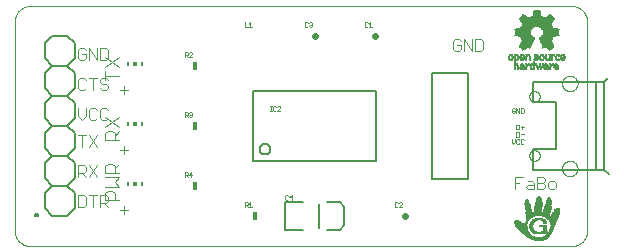
<source format=gto>
G75*
%MOIN*%
%OFA0B0*%
%FSLAX25Y25*%
%IPPOS*%
%LPD*%
%AMOC8*
5,1,8,0,0,1.08239X$1,22.5*
%
%ADD10C,0.00000*%
%ADD11C,0.00300*%
%ADD12C,0.02200*%
%ADD13C,0.00100*%
%ADD14C,0.00800*%
%ADD15C,0.00500*%
%ADD16C,0.00600*%
%ADD17C,0.00400*%
%ADD18R,0.00591X0.01181*%
%ADD19R,0.01181X0.01181*%
%ADD20R,0.01800X0.03000*%
%ADD21R,0.00520X0.00040*%
%ADD22R,0.00520X0.00040*%
%ADD23R,0.00760X0.00040*%
%ADD24R,0.00640X0.00040*%
%ADD25R,0.00440X0.00040*%
%ADD26R,0.00480X0.00040*%
%ADD27R,0.00520X0.00040*%
%ADD28R,0.00520X0.00040*%
%ADD29R,0.01400X0.00040*%
%ADD30R,0.00800X0.00040*%
%ADD31R,0.00480X0.00040*%
%ADD32R,0.00960X0.00040*%
%ADD33R,0.01440X0.00040*%
%ADD34R,0.01080X0.00040*%
%ADD35R,0.01520X0.00040*%
%ADD36R,0.01440X0.00040*%
%ADD37R,0.00560X0.00040*%
%ADD38R,0.01480X0.00040*%
%ADD39R,0.01200X0.00040*%
%ADD40R,0.01560X0.00040*%
%ADD41R,0.01320X0.00040*%
%ADD42R,0.01560X0.00040*%
%ADD43R,0.01520X0.00040*%
%ADD44R,0.00600X0.00040*%
%ADD45R,0.00560X0.00040*%
%ADD46R,0.01400X0.00040*%
%ADD47R,0.01600X0.00040*%
%ADD48R,0.00600X0.00040*%
%ADD49R,0.00640X0.00040*%
%ADD50R,0.01640X0.00040*%
%ADD51R,0.00680X0.00040*%
%ADD52R,0.01680X0.00040*%
%ADD53R,0.01680X0.00040*%
%ADD54R,0.01640X0.00040*%
%ADD55R,0.00720X0.00040*%
%ADD56R,0.01480X0.00040*%
%ADD57R,0.00760X0.00040*%
%ADD58R,0.00720X0.00040*%
%ADD59R,0.00640X0.00040*%
%ADD60R,0.00360X0.00040*%
%ADD61R,0.00240X0.00040*%
%ADD62R,0.00160X0.00040*%
%ADD63R,0.00840X0.00040*%
%ADD64R,0.00080X0.00040*%
%ADD65R,0.00880X0.00040*%
%ADD66R,0.00920X0.00040*%
%ADD67R,0.00960X0.00040*%
%ADD68R,0.01640X0.00040*%
%ADD69R,0.01760X0.00040*%
%ADD70R,0.00440X0.00040*%
%ADD71R,0.01000X0.00040*%
%ADD72R,0.01760X0.00040*%
%ADD73R,0.00440X0.00040*%
%ADD74R,0.01320X0.00040*%
%ADD75R,0.01200X0.00040*%
%ADD76R,0.00920X0.00040*%
%ADD77R,0.00840X0.00040*%
%ADD78R,0.00800X0.00040*%
%ADD79R,0.00080X0.00040*%
%ADD80R,0.00120X0.00040*%
%ADD81R,0.00240X0.00040*%
%ADD82R,0.00720X0.00040*%
%ADD83R,0.00200X0.00040*%
%ADD84R,0.00400X0.00040*%
%ADD85R,0.01240X0.00040*%
%ADD86R,0.01640X0.00040*%
%ADD87R,0.01440X0.00040*%
%ADD88R,0.01280X0.00040*%
%ADD89R,0.01520X0.00040*%
%ADD90R,0.01280X0.00040*%
%ADD91R,0.01520X0.00040*%
%ADD92R,0.01360X0.00040*%
%ADD93R,0.01440X0.00040*%
%ADD94R,0.01240X0.00040*%
%ADD95R,0.01120X0.00040*%
%ADD96R,0.01240X0.00040*%
%ADD97R,0.01040X0.00040*%
%ADD98R,0.00840X0.00040*%
%ADD99R,0.00440X0.00040*%
%ADD100R,0.00400X0.00040*%
%ADD101R,0.00320X0.00040*%
%ADD102R,0.00920X0.00040*%
%ADD103R,0.01040X0.00040*%
%ADD104R,0.01000X0.00040*%
%ADD105R,0.01080X0.00040*%
%ADD106R,0.01160X0.00040*%
%ADD107R,0.01040X0.00040*%
%ADD108R,0.01160X0.00040*%
%ADD109R,0.01600X0.00040*%
%ADD110R,0.01720X0.00040*%
%ADD111R,0.01720X0.00040*%
%ADD112R,0.00640X0.00040*%
%ADD113R,0.00680X0.00040*%
%ADD114R,0.00360X0.00040*%
%ADD115R,0.00280X0.00040*%
%ADD116R,0.00120X0.00040*%
%ADD117R,0.00040X0.00040*%
%ADD118R,0.00040X0.00040*%
%ADD119R,0.01320X0.00040*%
%ADD120R,0.00280X0.00040*%
%ADD121R,0.00320X0.00040*%
%ADD122R,0.01320X0.00040*%
%ADD123R,0.01120X0.00040*%
%ADD124R,0.01120X0.00040*%
%ADD125R,0.01800X0.00040*%
%ADD126R,0.01920X0.00040*%
%ADD127R,0.01920X0.00040*%
%ADD128R,0.02000X0.00040*%
%ADD129R,0.02120X0.00040*%
%ADD130R,0.02200X0.00040*%
%ADD131R,0.02320X0.00040*%
%ADD132R,0.02400X0.00040*%
%ADD133R,0.02520X0.00040*%
%ADD134R,0.02600X0.00040*%
%ADD135R,0.00880X0.00040*%
%ADD136R,0.03680X0.00040*%
%ADD137R,0.03720X0.00040*%
%ADD138R,0.03800X0.00040*%
%ADD139R,0.03840X0.00040*%
%ADD140R,0.03840X0.00040*%
%ADD141R,0.03920X0.00040*%
%ADD142R,0.03960X0.00040*%
%ADD143R,0.04000X0.00040*%
%ADD144R,0.04080X0.00040*%
%ADD145R,0.04120X0.00040*%
%ADD146R,0.04160X0.00040*%
%ADD147R,0.04200X0.00040*%
%ADD148R,0.04200X0.00040*%
%ADD149R,0.04160X0.00040*%
%ADD150R,0.04120X0.00040*%
%ADD151R,0.04080X0.00040*%
%ADD152R,0.04040X0.00040*%
%ADD153R,0.04040X0.00040*%
%ADD154R,0.04040X0.00040*%
%ADD155R,0.04040X0.00040*%
%ADD156R,0.03960X0.00040*%
%ADD157R,0.03920X0.00040*%
%ADD158R,0.03920X0.00040*%
%ADD159R,0.03880X0.00040*%
%ADD160R,0.03920X0.00040*%
%ADD161R,0.03880X0.00040*%
%ADD162R,0.03800X0.00040*%
%ADD163R,0.04240X0.00040*%
%ADD164R,0.04240X0.00040*%
%ADD165R,0.04280X0.00040*%
%ADD166R,0.04360X0.00040*%
%ADD167R,0.04400X0.00040*%
%ADD168R,0.04440X0.00040*%
%ADD169R,0.04520X0.00040*%
%ADD170R,0.04520X0.00040*%
%ADD171R,0.04520X0.00040*%
%ADD172R,0.04520X0.00040*%
%ADD173R,0.04480X0.00040*%
%ADD174R,0.04440X0.00040*%
%ADD175R,0.04400X0.00040*%
%ADD176R,0.04360X0.00040*%
%ADD177R,0.04320X0.00040*%
%ADD178R,0.04240X0.00040*%
%ADD179R,0.04320X0.00040*%
%ADD180R,0.04320X0.00040*%
%ADD181R,0.04560X0.00040*%
%ADD182R,0.04720X0.00040*%
%ADD183R,0.04920X0.00040*%
%ADD184R,0.04920X0.00040*%
%ADD185R,0.05080X0.00040*%
%ADD186R,0.05240X0.00040*%
%ADD187R,0.05240X0.00040*%
%ADD188R,0.05480X0.00040*%
%ADD189R,0.05640X0.00040*%
%ADD190R,0.05640X0.00040*%
%ADD191R,0.05680X0.00040*%
%ADD192R,0.05640X0.00040*%
%ADD193R,0.05600X0.00040*%
%ADD194R,0.05600X0.00040*%
%ADD195R,0.05560X0.00040*%
%ADD196R,0.05520X0.00040*%
%ADD197R,0.05520X0.00040*%
%ADD198R,0.05480X0.00040*%
%ADD199R,0.05440X0.00040*%
%ADD200R,0.05440X0.00040*%
%ADD201R,0.05560X0.00040*%
%ADD202R,0.05680X0.00040*%
%ADD203R,0.05440X0.00040*%
%ADD204R,0.05280X0.00040*%
%ADD205R,0.04920X0.00040*%
%ADD206R,0.04600X0.00040*%
%ADD207R,0.04840X0.00040*%
%ADD208R,0.10440X0.00040*%
%ADD209R,0.10360X0.00040*%
%ADD210R,0.10360X0.00040*%
%ADD211R,0.10280X0.00040*%
%ADD212R,0.10200X0.00040*%
%ADD213R,0.10200X0.00040*%
%ADD214R,0.10120X0.00040*%
%ADD215R,0.10040X0.00040*%
%ADD216R,0.10040X0.00040*%
%ADD217R,0.09960X0.00040*%
%ADD218R,0.09880X0.00040*%
%ADD219R,0.09880X0.00040*%
%ADD220R,0.09800X0.00040*%
%ADD221R,0.09720X0.00040*%
%ADD222R,0.09720X0.00040*%
%ADD223R,0.10280X0.00040*%
%ADD224R,0.10520X0.00040*%
%ADD225R,0.10520X0.00040*%
%ADD226R,0.10600X0.00040*%
%ADD227R,0.10680X0.00040*%
%ADD228R,0.10760X0.00040*%
%ADD229R,0.10840X0.00040*%
%ADD230R,0.10920X0.00040*%
%ADD231R,0.11000X0.00040*%
%ADD232R,0.11080X0.00040*%
%ADD233R,0.11080X0.00040*%
%ADD234R,0.11160X0.00040*%
%ADD235R,0.11240X0.00040*%
%ADD236R,0.11320X0.00040*%
%ADD237R,0.11400X0.00040*%
%ADD238R,0.11400X0.00040*%
%ADD239R,0.11480X0.00040*%
%ADD240R,0.11560X0.00040*%
%ADD241R,0.11640X0.00040*%
%ADD242R,0.11640X0.00040*%
%ADD243R,0.11720X0.00040*%
%ADD244R,0.11800X0.00040*%
%ADD245R,0.11880X0.00040*%
%ADD246R,0.11880X0.00040*%
%ADD247R,0.11960X0.00040*%
%ADD248R,0.11720X0.00040*%
%ADD249R,0.11320X0.00040*%
%ADD250R,0.02760X0.00040*%
%ADD251R,0.05400X0.00040*%
%ADD252R,0.02640X0.00040*%
%ADD253R,0.05160X0.00040*%
%ADD254R,0.02560X0.00040*%
%ADD255R,0.05000X0.00040*%
%ADD256R,0.02440X0.00040*%
%ADD257R,0.04760X0.00040*%
%ADD258R,0.02440X0.00040*%
%ADD259R,0.02360X0.00040*%
%ADD260R,0.04600X0.00040*%
%ADD261R,0.02280X0.00040*%
%ADD262R,0.02240X0.00040*%
%ADD263R,0.02160X0.00040*%
%ADD264R,0.02080X0.00040*%
%ADD265R,0.01960X0.00040*%
%ADD266R,0.01880X0.00040*%
%ADD267R,0.03640X0.00040*%
%ADD268R,0.03400X0.00040*%
%ADD269R,0.03240X0.00040*%
%ADD270R,0.03000X0.00040*%
%ADD271R,0.02920X0.00040*%
%ADD272R,0.01360X0.00040*%
%ADD273R,0.02840X0.00040*%
%ADD274R,0.02840X0.00040*%
%ADD275R,0.02760X0.00040*%
%ADD276R,0.02680X0.00040*%
%ADD277R,0.02680X0.00040*%
%ADD278R,0.02600X0.00040*%
%ADD279R,0.02520X0.00040*%
%ADD280R,0.02520X0.00040*%
%ADD281R,0.02440X0.00040*%
%ADD282R,0.02360X0.00040*%
%ADD283R,0.02280X0.00040*%
%ADD284R,0.02200X0.00040*%
%ADD285R,0.02120X0.00040*%
%ADD286R,0.00770X0.00035*%
%ADD287R,0.01400X0.00035*%
%ADD288R,0.01855X0.00035*%
%ADD289R,0.02170X0.00035*%
%ADD290R,0.02485X0.00035*%
%ADD291R,0.02765X0.00035*%
%ADD292R,0.02975X0.00035*%
%ADD293R,0.03220X0.00035*%
%ADD294R,0.03395X0.00035*%
%ADD295R,0.03605X0.00035*%
%ADD296R,0.03780X0.00035*%
%ADD297R,0.03955X0.00035*%
%ADD298R,0.04130X0.00035*%
%ADD299R,0.04270X0.00035*%
%ADD300R,0.04375X0.00035*%
%ADD301R,0.04550X0.00035*%
%ADD302R,0.04690X0.00035*%
%ADD303R,0.04865X0.00035*%
%ADD304R,0.04970X0.00035*%
%ADD305R,0.05110X0.00035*%
%ADD306R,0.05215X0.00035*%
%ADD307R,0.05355X0.00035*%
%ADD308R,0.05460X0.00035*%
%ADD309R,0.05600X0.00035*%
%ADD310R,0.05705X0.00035*%
%ADD311R,0.05810X0.00035*%
%ADD312R,0.05915X0.00035*%
%ADD313R,0.06055X0.00035*%
%ADD314R,0.06160X0.00035*%
%ADD315R,0.06265X0.00035*%
%ADD316R,0.06335X0.00035*%
%ADD317R,0.06440X0.00035*%
%ADD318R,0.06545X0.00035*%
%ADD319R,0.03080X0.00035*%
%ADD320R,0.02660X0.00035*%
%ADD321R,0.02870X0.00035*%
%ADD322R,0.02415X0.00035*%
%ADD323R,0.02730X0.00035*%
%ADD324R,0.02310X0.00035*%
%ADD325R,0.02695X0.00035*%
%ADD326R,0.02170X0.00035*%
%ADD327R,0.02590X0.00035*%
%ADD328R,0.02100X0.00035*%
%ADD329R,0.02520X0.00035*%
%ADD330R,0.02030X0.00035*%
%ADD331R,0.02450X0.00035*%
%ADD332R,0.01960X0.00035*%
%ADD333R,0.01890X0.00035*%
%ADD334R,0.02380X0.00035*%
%ADD335R,0.01785X0.00035*%
%ADD336R,0.01750X0.00035*%
%ADD337R,0.01715X0.00035*%
%ADD338R,0.02275X0.00035*%
%ADD339R,0.01645X0.00035*%
%ADD340R,0.02240X0.00035*%
%ADD341R,0.01610X0.00035*%
%ADD342R,0.02240X0.00035*%
%ADD343R,0.01575X0.00035*%
%ADD344R,0.01540X0.00035*%
%ADD345R,0.02205X0.00035*%
%ADD346R,0.01505X0.00035*%
%ADD347R,0.01470X0.00035*%
%ADD348R,0.01435X0.00035*%
%ADD349R,0.01365X0.00035*%
%ADD350R,0.01330X0.00035*%
%ADD351R,0.01295X0.00035*%
%ADD352R,0.01295X0.00035*%
%ADD353R,0.01260X0.00035*%
%ADD354R,0.01190X0.00035*%
%ADD355R,0.01225X0.00035*%
%ADD356R,0.00385X0.00035*%
%ADD357R,0.00980X0.00035*%
%ADD358R,0.01155X0.00035*%
%ADD359R,0.01645X0.00035*%
%ADD360R,0.01015X0.00035*%
%ADD361R,0.01050X0.00035*%
%ADD362R,0.02345X0.00035*%
%ADD363R,0.01085X0.00035*%
%ADD364R,0.02905X0.00035*%
%ADD365R,0.03045X0.00035*%
%ADD366R,0.01120X0.00035*%
%ADD367R,0.02345X0.00035*%
%ADD368R,0.03255X0.00035*%
%ADD369R,0.01120X0.00035*%
%ADD370R,0.03500X0.00035*%
%ADD371R,0.02415X0.00035*%
%ADD372R,0.03640X0.00035*%
%ADD373R,0.04900X0.00035*%
%ADD374R,0.04935X0.00035*%
%ADD375R,0.05005X0.00035*%
%ADD376R,0.01680X0.00035*%
%ADD377R,0.02065X0.00035*%
%ADD378R,0.02555X0.00035*%
%ADD379R,0.02590X0.00035*%
%ADD380R,0.02625X0.00035*%
%ADD381R,0.02695X0.00035*%
%ADD382R,0.01470X0.00035*%
%ADD383R,0.02765X0.00035*%
%ADD384R,0.02800X0.00035*%
%ADD385R,0.02835X0.00035*%
%ADD386R,0.01365X0.00035*%
%ADD387R,0.02940X0.00035*%
%ADD388R,0.03010X0.00035*%
%ADD389R,0.03045X0.00035*%
%ADD390R,0.03115X0.00035*%
%ADD391R,0.03150X0.00035*%
%ADD392R,0.03185X0.00035*%
%ADD393R,0.03220X0.00035*%
%ADD394R,0.01190X0.00035*%
%ADD395R,0.03290X0.00035*%
%ADD396R,0.03325X0.00035*%
%ADD397R,0.03360X0.00035*%
%ADD398R,0.03430X0.00035*%
%ADD399R,0.03465X0.00035*%
%ADD400R,0.03535X0.00035*%
%ADD401R,0.03570X0.00035*%
%ADD402R,0.03675X0.00035*%
%ADD403R,0.03710X0.00035*%
%ADD404R,0.03745X0.00035*%
%ADD405R,0.03815X0.00035*%
%ADD406R,0.03850X0.00035*%
%ADD407R,0.03885X0.00035*%
%ADD408R,0.03920X0.00035*%
%ADD409R,0.03990X0.00035*%
%ADD410R,0.04025X0.00035*%
%ADD411R,0.02870X0.00035*%
%ADD412R,0.04095X0.00035*%
%ADD413R,0.04165X0.00035*%
%ADD414R,0.04200X0.00035*%
%ADD415R,0.04235X0.00035*%
%ADD416R,0.04270X0.00035*%
%ADD417R,0.01820X0.00035*%
%ADD418R,0.04305X0.00035*%
%ADD419R,0.04340X0.00035*%
%ADD420R,0.01925X0.00035*%
%ADD421R,0.04410X0.00035*%
%ADD422R,0.00945X0.00035*%
%ADD423R,0.00875X0.00035*%
%ADD424R,0.00840X0.00035*%
%ADD425R,0.02135X0.00035*%
%ADD426R,0.00805X0.00035*%
%ADD427R,0.00735X0.00035*%
%ADD428R,0.01995X0.00035*%
%ADD429R,0.02520X0.00035*%
%ADD430R,0.01540X0.00035*%
%ADD431R,0.00770X0.00035*%
%ADD432R,0.00665X0.00035*%
%ADD433R,0.00420X0.00035*%
%ADD434R,0.00910X0.00035*%
%ADD435R,0.04060X0.00035*%
%ADD436R,0.01015X0.00035*%
%ADD437R,0.03115X0.00035*%
%ADD438R,0.03395X0.00035*%
%ADD439R,0.03745X0.00035*%
%ADD440R,0.04340X0.00035*%
%ADD441R,0.04480X0.00035*%
%ADD442R,0.02065X0.00035*%
%ADD443R,0.04515X0.00035*%
%ADD444R,0.04585X0.00035*%
%ADD445R,0.04760X0.00035*%
%ADD446R,0.04830X0.00035*%
%ADD447R,0.07805X0.00035*%
%ADD448R,0.07840X0.00035*%
%ADD449R,0.07875X0.00035*%
%ADD450R,0.07910X0.00035*%
%ADD451R,0.07945X0.00035*%
%ADD452R,0.07980X0.00035*%
%ADD453R,0.08015X0.00035*%
%ADD454R,0.08050X0.00035*%
%ADD455R,0.05635X0.00035*%
%ADD456R,0.01995X0.00035*%
%ADD457R,0.01890X0.00035*%
%ADD458R,0.01715X0.00035*%
%ADD459R,0.00945X0.00035*%
%ADD460R,0.00560X0.00035*%
%ADD461R,0.01820X0.00035*%
%ADD462R,0.00700X0.00035*%
%ADD463R,0.00630X0.00035*%
%ADD464R,0.00525X0.00035*%
%ADD465R,0.00175X0.00035*%
%ADD466R,0.00595X0.00035*%
%ADD467R,0.00490X0.00035*%
%ADD468R,0.00210X0.00035*%
%ADD469R,0.00490X0.00035*%
%ADD470R,0.00315X0.00035*%
D10*
X0010800Y0005800D02*
X0191501Y0005800D01*
X0191641Y0005802D01*
X0191781Y0005808D01*
X0191921Y0005818D01*
X0192061Y0005831D01*
X0192200Y0005849D01*
X0192339Y0005871D01*
X0192476Y0005896D01*
X0192614Y0005925D01*
X0192750Y0005958D01*
X0192885Y0005995D01*
X0193019Y0006036D01*
X0193152Y0006081D01*
X0193284Y0006129D01*
X0193414Y0006181D01*
X0193543Y0006236D01*
X0193670Y0006295D01*
X0193796Y0006358D01*
X0193920Y0006424D01*
X0194041Y0006493D01*
X0194161Y0006566D01*
X0194279Y0006643D01*
X0194394Y0006722D01*
X0194508Y0006805D01*
X0194618Y0006891D01*
X0194727Y0006980D01*
X0194833Y0007072D01*
X0194936Y0007167D01*
X0195037Y0007264D01*
X0195134Y0007365D01*
X0195229Y0007468D01*
X0195321Y0007574D01*
X0195410Y0007683D01*
X0195496Y0007793D01*
X0195579Y0007907D01*
X0195658Y0008022D01*
X0195735Y0008140D01*
X0195808Y0008260D01*
X0195877Y0008381D01*
X0195943Y0008505D01*
X0196006Y0008631D01*
X0196065Y0008758D01*
X0196120Y0008887D01*
X0196172Y0009017D01*
X0196220Y0009149D01*
X0196265Y0009282D01*
X0196306Y0009416D01*
X0196343Y0009551D01*
X0196376Y0009687D01*
X0196405Y0009825D01*
X0196430Y0009962D01*
X0196452Y0010101D01*
X0196470Y0010240D01*
X0196483Y0010380D01*
X0196493Y0010520D01*
X0196499Y0010660D01*
X0196501Y0010800D01*
X0196501Y0080761D01*
X0196499Y0080901D01*
X0196493Y0081041D01*
X0196483Y0081181D01*
X0196470Y0081321D01*
X0196452Y0081460D01*
X0196430Y0081599D01*
X0196405Y0081736D01*
X0196376Y0081874D01*
X0196343Y0082010D01*
X0196306Y0082145D01*
X0196265Y0082279D01*
X0196220Y0082412D01*
X0196172Y0082544D01*
X0196120Y0082674D01*
X0196065Y0082803D01*
X0196006Y0082930D01*
X0195943Y0083056D01*
X0195877Y0083180D01*
X0195808Y0083301D01*
X0195735Y0083421D01*
X0195658Y0083539D01*
X0195579Y0083654D01*
X0195496Y0083768D01*
X0195410Y0083878D01*
X0195321Y0083987D01*
X0195229Y0084093D01*
X0195134Y0084196D01*
X0195037Y0084297D01*
X0194936Y0084394D01*
X0194833Y0084489D01*
X0194727Y0084581D01*
X0194618Y0084670D01*
X0194508Y0084756D01*
X0194394Y0084839D01*
X0194279Y0084918D01*
X0194161Y0084995D01*
X0194041Y0085068D01*
X0193920Y0085137D01*
X0193796Y0085203D01*
X0193670Y0085266D01*
X0193543Y0085325D01*
X0193414Y0085380D01*
X0193284Y0085432D01*
X0193152Y0085480D01*
X0193019Y0085525D01*
X0192885Y0085566D01*
X0192750Y0085603D01*
X0192614Y0085636D01*
X0192476Y0085665D01*
X0192339Y0085690D01*
X0192200Y0085712D01*
X0192061Y0085730D01*
X0191921Y0085743D01*
X0191781Y0085753D01*
X0191641Y0085759D01*
X0191501Y0085761D01*
X0010800Y0085761D01*
X0010660Y0085759D01*
X0010520Y0085753D01*
X0010380Y0085743D01*
X0010240Y0085730D01*
X0010101Y0085712D01*
X0009962Y0085690D01*
X0009825Y0085665D01*
X0009687Y0085636D01*
X0009551Y0085603D01*
X0009416Y0085566D01*
X0009282Y0085525D01*
X0009149Y0085480D01*
X0009017Y0085432D01*
X0008887Y0085380D01*
X0008758Y0085325D01*
X0008631Y0085266D01*
X0008505Y0085203D01*
X0008381Y0085137D01*
X0008260Y0085068D01*
X0008140Y0084995D01*
X0008022Y0084918D01*
X0007907Y0084839D01*
X0007793Y0084756D01*
X0007683Y0084670D01*
X0007574Y0084581D01*
X0007468Y0084489D01*
X0007365Y0084394D01*
X0007264Y0084297D01*
X0007167Y0084196D01*
X0007072Y0084093D01*
X0006980Y0083987D01*
X0006891Y0083878D01*
X0006805Y0083768D01*
X0006722Y0083654D01*
X0006643Y0083539D01*
X0006566Y0083421D01*
X0006493Y0083301D01*
X0006424Y0083180D01*
X0006358Y0083056D01*
X0006295Y0082930D01*
X0006236Y0082803D01*
X0006181Y0082674D01*
X0006129Y0082544D01*
X0006081Y0082412D01*
X0006036Y0082279D01*
X0005995Y0082145D01*
X0005958Y0082010D01*
X0005925Y0081874D01*
X0005896Y0081736D01*
X0005871Y0081599D01*
X0005849Y0081460D01*
X0005831Y0081321D01*
X0005818Y0081181D01*
X0005808Y0081041D01*
X0005802Y0080901D01*
X0005800Y0080761D01*
X0005800Y0010800D01*
X0005802Y0010660D01*
X0005808Y0010520D01*
X0005818Y0010380D01*
X0005831Y0010240D01*
X0005849Y0010101D01*
X0005871Y0009962D01*
X0005896Y0009825D01*
X0005925Y0009687D01*
X0005958Y0009551D01*
X0005995Y0009416D01*
X0006036Y0009282D01*
X0006081Y0009149D01*
X0006129Y0009017D01*
X0006181Y0008887D01*
X0006236Y0008758D01*
X0006295Y0008631D01*
X0006358Y0008505D01*
X0006424Y0008381D01*
X0006493Y0008260D01*
X0006566Y0008140D01*
X0006643Y0008022D01*
X0006722Y0007907D01*
X0006805Y0007793D01*
X0006891Y0007683D01*
X0006980Y0007574D01*
X0007072Y0007468D01*
X0007167Y0007365D01*
X0007264Y0007264D01*
X0007365Y0007167D01*
X0007468Y0007072D01*
X0007574Y0006980D01*
X0007683Y0006891D01*
X0007793Y0006805D01*
X0007907Y0006722D01*
X0008022Y0006643D01*
X0008140Y0006566D01*
X0008260Y0006493D01*
X0008381Y0006424D01*
X0008505Y0006358D01*
X0008631Y0006295D01*
X0008758Y0006236D01*
X0008887Y0006181D01*
X0009017Y0006129D01*
X0009149Y0006081D01*
X0009282Y0006036D01*
X0009416Y0005995D01*
X0009551Y0005958D01*
X0009687Y0005925D01*
X0009825Y0005896D01*
X0009962Y0005871D01*
X0010101Y0005849D01*
X0010240Y0005831D01*
X0010380Y0005818D01*
X0010520Y0005808D01*
X0010660Y0005802D01*
X0010800Y0005800D01*
X0177217Y0035957D02*
X0177219Y0036041D01*
X0177225Y0036124D01*
X0177235Y0036207D01*
X0177249Y0036290D01*
X0177266Y0036372D01*
X0177288Y0036453D01*
X0177313Y0036532D01*
X0177342Y0036611D01*
X0177375Y0036688D01*
X0177411Y0036763D01*
X0177451Y0036837D01*
X0177494Y0036909D01*
X0177541Y0036978D01*
X0177591Y0037045D01*
X0177644Y0037110D01*
X0177700Y0037172D01*
X0177758Y0037232D01*
X0177820Y0037289D01*
X0177884Y0037342D01*
X0177951Y0037393D01*
X0178020Y0037440D01*
X0178091Y0037485D01*
X0178164Y0037525D01*
X0178239Y0037562D01*
X0178316Y0037596D01*
X0178394Y0037626D01*
X0178473Y0037652D01*
X0178554Y0037675D01*
X0178636Y0037693D01*
X0178718Y0037708D01*
X0178801Y0037719D01*
X0178884Y0037726D01*
X0178968Y0037729D01*
X0179052Y0037728D01*
X0179135Y0037723D01*
X0179219Y0037714D01*
X0179301Y0037701D01*
X0179383Y0037685D01*
X0179464Y0037664D01*
X0179545Y0037640D01*
X0179623Y0037612D01*
X0179701Y0037580D01*
X0179777Y0037544D01*
X0179851Y0037505D01*
X0179923Y0037463D01*
X0179993Y0037417D01*
X0180061Y0037368D01*
X0180126Y0037316D01*
X0180189Y0037261D01*
X0180249Y0037203D01*
X0180307Y0037142D01*
X0180361Y0037078D01*
X0180413Y0037012D01*
X0180461Y0036944D01*
X0180506Y0036873D01*
X0180547Y0036800D01*
X0180586Y0036726D01*
X0180620Y0036650D01*
X0180651Y0036572D01*
X0180678Y0036493D01*
X0180702Y0036412D01*
X0180721Y0036331D01*
X0180737Y0036249D01*
X0180749Y0036166D01*
X0180757Y0036082D01*
X0180761Y0035999D01*
X0180761Y0035915D01*
X0180757Y0035832D01*
X0180749Y0035748D01*
X0180737Y0035665D01*
X0180721Y0035583D01*
X0180702Y0035502D01*
X0180678Y0035421D01*
X0180651Y0035342D01*
X0180620Y0035264D01*
X0180586Y0035188D01*
X0180547Y0035114D01*
X0180506Y0035041D01*
X0180461Y0034970D01*
X0180413Y0034902D01*
X0180361Y0034836D01*
X0180307Y0034772D01*
X0180249Y0034711D01*
X0180189Y0034653D01*
X0180126Y0034598D01*
X0180061Y0034546D01*
X0179993Y0034497D01*
X0179923Y0034451D01*
X0179851Y0034409D01*
X0179777Y0034370D01*
X0179701Y0034334D01*
X0179623Y0034302D01*
X0179545Y0034274D01*
X0179464Y0034250D01*
X0179383Y0034229D01*
X0179301Y0034213D01*
X0179219Y0034200D01*
X0179135Y0034191D01*
X0179052Y0034186D01*
X0178968Y0034185D01*
X0178884Y0034188D01*
X0178801Y0034195D01*
X0178718Y0034206D01*
X0178636Y0034221D01*
X0178554Y0034239D01*
X0178473Y0034262D01*
X0178394Y0034288D01*
X0178316Y0034318D01*
X0178239Y0034352D01*
X0178164Y0034389D01*
X0178091Y0034429D01*
X0178020Y0034474D01*
X0177951Y0034521D01*
X0177884Y0034572D01*
X0177820Y0034625D01*
X0177758Y0034682D01*
X0177700Y0034742D01*
X0177644Y0034804D01*
X0177591Y0034869D01*
X0177541Y0034936D01*
X0177494Y0035005D01*
X0177451Y0035077D01*
X0177411Y0035151D01*
X0177375Y0035226D01*
X0177342Y0035303D01*
X0177313Y0035382D01*
X0177288Y0035461D01*
X0177266Y0035542D01*
X0177249Y0035624D01*
X0177235Y0035707D01*
X0177225Y0035790D01*
X0177219Y0035873D01*
X0177217Y0035957D01*
X0188241Y0031627D02*
X0188243Y0031728D01*
X0188249Y0031829D01*
X0188259Y0031930D01*
X0188273Y0032030D01*
X0188291Y0032129D01*
X0188313Y0032228D01*
X0188338Y0032326D01*
X0188368Y0032423D01*
X0188401Y0032518D01*
X0188438Y0032612D01*
X0188479Y0032705D01*
X0188523Y0032796D01*
X0188571Y0032885D01*
X0188623Y0032972D01*
X0188678Y0033057D01*
X0188736Y0033139D01*
X0188797Y0033220D01*
X0188862Y0033298D01*
X0188929Y0033373D01*
X0188999Y0033445D01*
X0189073Y0033515D01*
X0189149Y0033582D01*
X0189227Y0033646D01*
X0189308Y0033706D01*
X0189391Y0033763D01*
X0189477Y0033817D01*
X0189565Y0033868D01*
X0189654Y0033915D01*
X0189745Y0033959D01*
X0189838Y0033998D01*
X0189933Y0034035D01*
X0190028Y0034067D01*
X0190125Y0034096D01*
X0190224Y0034120D01*
X0190322Y0034141D01*
X0190422Y0034158D01*
X0190522Y0034171D01*
X0190623Y0034180D01*
X0190724Y0034185D01*
X0190825Y0034186D01*
X0190926Y0034183D01*
X0191027Y0034176D01*
X0191128Y0034165D01*
X0191228Y0034150D01*
X0191327Y0034131D01*
X0191426Y0034108D01*
X0191523Y0034082D01*
X0191620Y0034051D01*
X0191715Y0034017D01*
X0191808Y0033979D01*
X0191901Y0033937D01*
X0191991Y0033892D01*
X0192080Y0033843D01*
X0192166Y0033791D01*
X0192250Y0033735D01*
X0192333Y0033676D01*
X0192412Y0033614D01*
X0192490Y0033549D01*
X0192564Y0033481D01*
X0192636Y0033409D01*
X0192705Y0033336D01*
X0192771Y0033259D01*
X0192834Y0033180D01*
X0192894Y0033098D01*
X0192950Y0033014D01*
X0193003Y0032928D01*
X0193053Y0032840D01*
X0193099Y0032750D01*
X0193142Y0032659D01*
X0193181Y0032565D01*
X0193216Y0032470D01*
X0193247Y0032374D01*
X0193275Y0032277D01*
X0193299Y0032179D01*
X0193319Y0032080D01*
X0193335Y0031980D01*
X0193347Y0031879D01*
X0193355Y0031779D01*
X0193359Y0031678D01*
X0193359Y0031576D01*
X0193355Y0031475D01*
X0193347Y0031375D01*
X0193335Y0031274D01*
X0193319Y0031174D01*
X0193299Y0031075D01*
X0193275Y0030977D01*
X0193247Y0030880D01*
X0193216Y0030784D01*
X0193181Y0030689D01*
X0193142Y0030595D01*
X0193099Y0030504D01*
X0193053Y0030414D01*
X0193003Y0030326D01*
X0192950Y0030240D01*
X0192894Y0030156D01*
X0192834Y0030074D01*
X0192771Y0029995D01*
X0192705Y0029918D01*
X0192636Y0029845D01*
X0192564Y0029773D01*
X0192490Y0029705D01*
X0192412Y0029640D01*
X0192333Y0029578D01*
X0192250Y0029519D01*
X0192166Y0029463D01*
X0192079Y0029411D01*
X0191991Y0029362D01*
X0191901Y0029317D01*
X0191808Y0029275D01*
X0191715Y0029237D01*
X0191620Y0029203D01*
X0191523Y0029172D01*
X0191426Y0029146D01*
X0191327Y0029123D01*
X0191228Y0029104D01*
X0191128Y0029089D01*
X0191027Y0029078D01*
X0190926Y0029071D01*
X0190825Y0029068D01*
X0190724Y0029069D01*
X0190623Y0029074D01*
X0190522Y0029083D01*
X0190422Y0029096D01*
X0190322Y0029113D01*
X0190224Y0029134D01*
X0190125Y0029158D01*
X0190028Y0029187D01*
X0189933Y0029219D01*
X0189838Y0029256D01*
X0189745Y0029295D01*
X0189654Y0029339D01*
X0189565Y0029386D01*
X0189477Y0029437D01*
X0189391Y0029491D01*
X0189308Y0029548D01*
X0189227Y0029608D01*
X0189149Y0029672D01*
X0189073Y0029739D01*
X0188999Y0029809D01*
X0188929Y0029881D01*
X0188862Y0029956D01*
X0188797Y0030034D01*
X0188736Y0030115D01*
X0188678Y0030197D01*
X0188623Y0030282D01*
X0188571Y0030369D01*
X0188523Y0030458D01*
X0188479Y0030549D01*
X0188438Y0030642D01*
X0188401Y0030736D01*
X0188368Y0030831D01*
X0188338Y0030928D01*
X0188313Y0031026D01*
X0188291Y0031125D01*
X0188273Y0031224D01*
X0188259Y0031324D01*
X0188249Y0031425D01*
X0188243Y0031526D01*
X0188241Y0031627D01*
X0177217Y0055643D02*
X0177219Y0055727D01*
X0177225Y0055810D01*
X0177235Y0055893D01*
X0177249Y0055976D01*
X0177266Y0056058D01*
X0177288Y0056139D01*
X0177313Y0056218D01*
X0177342Y0056297D01*
X0177375Y0056374D01*
X0177411Y0056449D01*
X0177451Y0056523D01*
X0177494Y0056595D01*
X0177541Y0056664D01*
X0177591Y0056731D01*
X0177644Y0056796D01*
X0177700Y0056858D01*
X0177758Y0056918D01*
X0177820Y0056975D01*
X0177884Y0057028D01*
X0177951Y0057079D01*
X0178020Y0057126D01*
X0178091Y0057171D01*
X0178164Y0057211D01*
X0178239Y0057248D01*
X0178316Y0057282D01*
X0178394Y0057312D01*
X0178473Y0057338D01*
X0178554Y0057361D01*
X0178636Y0057379D01*
X0178718Y0057394D01*
X0178801Y0057405D01*
X0178884Y0057412D01*
X0178968Y0057415D01*
X0179052Y0057414D01*
X0179135Y0057409D01*
X0179219Y0057400D01*
X0179301Y0057387D01*
X0179383Y0057371D01*
X0179464Y0057350D01*
X0179545Y0057326D01*
X0179623Y0057298D01*
X0179701Y0057266D01*
X0179777Y0057230D01*
X0179851Y0057191D01*
X0179923Y0057149D01*
X0179993Y0057103D01*
X0180061Y0057054D01*
X0180126Y0057002D01*
X0180189Y0056947D01*
X0180249Y0056889D01*
X0180307Y0056828D01*
X0180361Y0056764D01*
X0180413Y0056698D01*
X0180461Y0056630D01*
X0180506Y0056559D01*
X0180547Y0056486D01*
X0180586Y0056412D01*
X0180620Y0056336D01*
X0180651Y0056258D01*
X0180678Y0056179D01*
X0180702Y0056098D01*
X0180721Y0056017D01*
X0180737Y0055935D01*
X0180749Y0055852D01*
X0180757Y0055768D01*
X0180761Y0055685D01*
X0180761Y0055601D01*
X0180757Y0055518D01*
X0180749Y0055434D01*
X0180737Y0055351D01*
X0180721Y0055269D01*
X0180702Y0055188D01*
X0180678Y0055107D01*
X0180651Y0055028D01*
X0180620Y0054950D01*
X0180586Y0054874D01*
X0180547Y0054800D01*
X0180506Y0054727D01*
X0180461Y0054656D01*
X0180413Y0054588D01*
X0180361Y0054522D01*
X0180307Y0054458D01*
X0180249Y0054397D01*
X0180189Y0054339D01*
X0180126Y0054284D01*
X0180061Y0054232D01*
X0179993Y0054183D01*
X0179923Y0054137D01*
X0179851Y0054095D01*
X0179777Y0054056D01*
X0179701Y0054020D01*
X0179623Y0053988D01*
X0179545Y0053960D01*
X0179464Y0053936D01*
X0179383Y0053915D01*
X0179301Y0053899D01*
X0179219Y0053886D01*
X0179135Y0053877D01*
X0179052Y0053872D01*
X0178968Y0053871D01*
X0178884Y0053874D01*
X0178801Y0053881D01*
X0178718Y0053892D01*
X0178636Y0053907D01*
X0178554Y0053925D01*
X0178473Y0053948D01*
X0178394Y0053974D01*
X0178316Y0054004D01*
X0178239Y0054038D01*
X0178164Y0054075D01*
X0178091Y0054115D01*
X0178020Y0054160D01*
X0177951Y0054207D01*
X0177884Y0054258D01*
X0177820Y0054311D01*
X0177758Y0054368D01*
X0177700Y0054428D01*
X0177644Y0054490D01*
X0177591Y0054555D01*
X0177541Y0054622D01*
X0177494Y0054691D01*
X0177451Y0054763D01*
X0177411Y0054837D01*
X0177375Y0054912D01*
X0177342Y0054989D01*
X0177313Y0055068D01*
X0177288Y0055147D01*
X0177266Y0055228D01*
X0177249Y0055310D01*
X0177235Y0055393D01*
X0177225Y0055476D01*
X0177219Y0055559D01*
X0177217Y0055643D01*
X0188241Y0059973D02*
X0188243Y0060074D01*
X0188249Y0060175D01*
X0188259Y0060276D01*
X0188273Y0060376D01*
X0188291Y0060475D01*
X0188313Y0060574D01*
X0188338Y0060672D01*
X0188368Y0060769D01*
X0188401Y0060864D01*
X0188438Y0060958D01*
X0188479Y0061051D01*
X0188523Y0061142D01*
X0188571Y0061231D01*
X0188623Y0061318D01*
X0188678Y0061403D01*
X0188736Y0061485D01*
X0188797Y0061566D01*
X0188862Y0061644D01*
X0188929Y0061719D01*
X0188999Y0061791D01*
X0189073Y0061861D01*
X0189149Y0061928D01*
X0189227Y0061992D01*
X0189308Y0062052D01*
X0189391Y0062109D01*
X0189477Y0062163D01*
X0189565Y0062214D01*
X0189654Y0062261D01*
X0189745Y0062305D01*
X0189838Y0062344D01*
X0189933Y0062381D01*
X0190028Y0062413D01*
X0190125Y0062442D01*
X0190224Y0062466D01*
X0190322Y0062487D01*
X0190422Y0062504D01*
X0190522Y0062517D01*
X0190623Y0062526D01*
X0190724Y0062531D01*
X0190825Y0062532D01*
X0190926Y0062529D01*
X0191027Y0062522D01*
X0191128Y0062511D01*
X0191228Y0062496D01*
X0191327Y0062477D01*
X0191426Y0062454D01*
X0191523Y0062428D01*
X0191620Y0062397D01*
X0191715Y0062363D01*
X0191808Y0062325D01*
X0191901Y0062283D01*
X0191991Y0062238D01*
X0192080Y0062189D01*
X0192166Y0062137D01*
X0192250Y0062081D01*
X0192333Y0062022D01*
X0192412Y0061960D01*
X0192490Y0061895D01*
X0192564Y0061827D01*
X0192636Y0061755D01*
X0192705Y0061682D01*
X0192771Y0061605D01*
X0192834Y0061526D01*
X0192894Y0061444D01*
X0192950Y0061360D01*
X0193003Y0061274D01*
X0193053Y0061186D01*
X0193099Y0061096D01*
X0193142Y0061005D01*
X0193181Y0060911D01*
X0193216Y0060816D01*
X0193247Y0060720D01*
X0193275Y0060623D01*
X0193299Y0060525D01*
X0193319Y0060426D01*
X0193335Y0060326D01*
X0193347Y0060225D01*
X0193355Y0060125D01*
X0193359Y0060024D01*
X0193359Y0059922D01*
X0193355Y0059821D01*
X0193347Y0059721D01*
X0193335Y0059620D01*
X0193319Y0059520D01*
X0193299Y0059421D01*
X0193275Y0059323D01*
X0193247Y0059226D01*
X0193216Y0059130D01*
X0193181Y0059035D01*
X0193142Y0058941D01*
X0193099Y0058850D01*
X0193053Y0058760D01*
X0193003Y0058672D01*
X0192950Y0058586D01*
X0192894Y0058502D01*
X0192834Y0058420D01*
X0192771Y0058341D01*
X0192705Y0058264D01*
X0192636Y0058191D01*
X0192564Y0058119D01*
X0192490Y0058051D01*
X0192412Y0057986D01*
X0192333Y0057924D01*
X0192250Y0057865D01*
X0192166Y0057809D01*
X0192079Y0057757D01*
X0191991Y0057708D01*
X0191901Y0057663D01*
X0191808Y0057621D01*
X0191715Y0057583D01*
X0191620Y0057549D01*
X0191523Y0057518D01*
X0191426Y0057492D01*
X0191327Y0057469D01*
X0191228Y0057450D01*
X0191128Y0057435D01*
X0191027Y0057424D01*
X0190926Y0057417D01*
X0190825Y0057414D01*
X0190724Y0057415D01*
X0190623Y0057420D01*
X0190522Y0057429D01*
X0190422Y0057442D01*
X0190322Y0057459D01*
X0190224Y0057480D01*
X0190125Y0057504D01*
X0190028Y0057533D01*
X0189933Y0057565D01*
X0189838Y0057602D01*
X0189745Y0057641D01*
X0189654Y0057685D01*
X0189565Y0057732D01*
X0189477Y0057783D01*
X0189391Y0057837D01*
X0189308Y0057894D01*
X0189227Y0057954D01*
X0189149Y0058018D01*
X0189073Y0058085D01*
X0188999Y0058155D01*
X0188929Y0058227D01*
X0188862Y0058302D01*
X0188797Y0058380D01*
X0188736Y0058461D01*
X0188678Y0058543D01*
X0188623Y0058628D01*
X0188571Y0058715D01*
X0188523Y0058804D01*
X0188479Y0058895D01*
X0188438Y0058988D01*
X0188401Y0059082D01*
X0188368Y0059177D01*
X0188338Y0059274D01*
X0188313Y0059372D01*
X0188291Y0059471D01*
X0188273Y0059570D01*
X0188259Y0059670D01*
X0188249Y0059771D01*
X0188243Y0059872D01*
X0188241Y0059973D01*
D11*
X0161785Y0071567D02*
X0161168Y0070950D01*
X0159316Y0070950D01*
X0159316Y0074653D01*
X0161168Y0074653D01*
X0161785Y0074036D01*
X0161785Y0071567D01*
X0158102Y0070950D02*
X0158102Y0074653D01*
X0155633Y0074653D02*
X0158102Y0070950D01*
X0155633Y0070950D02*
X0155633Y0074653D01*
X0154419Y0074036D02*
X0153802Y0074653D01*
X0152567Y0074653D01*
X0151950Y0074036D01*
X0151950Y0071567D01*
X0152567Y0070950D01*
X0153802Y0070950D01*
X0154419Y0071567D01*
X0154419Y0072802D01*
X0153184Y0072802D01*
X0172584Y0028653D02*
X0175052Y0028653D01*
X0176884Y0027419D02*
X0178118Y0027419D01*
X0178736Y0026802D01*
X0178736Y0024950D01*
X0176884Y0024950D01*
X0176267Y0025567D01*
X0176884Y0026184D01*
X0178736Y0026184D01*
X0179950Y0026802D02*
X0181802Y0026802D01*
X0182419Y0026184D01*
X0182419Y0025567D01*
X0181802Y0024950D01*
X0179950Y0024950D01*
X0179950Y0028653D01*
X0181802Y0028653D01*
X0182419Y0028036D01*
X0182419Y0027419D01*
X0181802Y0026802D01*
X0183633Y0026802D02*
X0183633Y0025567D01*
X0184250Y0024950D01*
X0185485Y0024950D01*
X0186102Y0025567D01*
X0186102Y0026802D01*
X0185485Y0027419D01*
X0184250Y0027419D01*
X0183633Y0026802D01*
X0173818Y0026802D02*
X0172584Y0026802D01*
X0172584Y0028653D02*
X0172584Y0024950D01*
X0043419Y0017802D02*
X0040950Y0017802D01*
X0042184Y0019036D02*
X0042184Y0016567D01*
X0036785Y0018950D02*
X0035551Y0020184D01*
X0036168Y0020184D02*
X0034316Y0020184D01*
X0034316Y0018950D02*
X0034316Y0022653D01*
X0036168Y0022653D01*
X0036785Y0022036D01*
X0036785Y0020802D01*
X0036168Y0020184D01*
X0031868Y0018950D02*
X0031868Y0022653D01*
X0033102Y0022653D02*
X0030633Y0022653D01*
X0029419Y0022036D02*
X0028802Y0022653D01*
X0026950Y0022653D01*
X0026950Y0018950D01*
X0028802Y0018950D01*
X0029419Y0019567D01*
X0029419Y0022036D01*
X0029419Y0028950D02*
X0028184Y0030184D01*
X0028802Y0030184D02*
X0026950Y0030184D01*
X0028802Y0030184D02*
X0029419Y0030802D01*
X0029419Y0032036D01*
X0028802Y0032653D01*
X0026950Y0032653D01*
X0026950Y0028950D01*
X0030633Y0028950D02*
X0033102Y0032653D01*
X0030633Y0032653D02*
X0033102Y0028950D01*
X0042184Y0036567D02*
X0042184Y0039036D01*
X0040950Y0037802D02*
X0043419Y0037802D01*
X0033102Y0038950D02*
X0030633Y0042653D01*
X0029419Y0042653D02*
X0026950Y0042653D01*
X0028184Y0042653D02*
X0028184Y0038950D01*
X0030633Y0038950D02*
X0033102Y0042653D01*
X0032485Y0047950D02*
X0033102Y0048567D01*
X0032485Y0047950D02*
X0031250Y0047950D01*
X0030633Y0048567D01*
X0030633Y0051036D01*
X0031250Y0051653D01*
X0032485Y0051653D01*
X0033102Y0051036D01*
X0034316Y0051036D02*
X0034316Y0048567D01*
X0034933Y0047950D01*
X0036168Y0047950D01*
X0036785Y0048567D01*
X0036785Y0051036D02*
X0036168Y0051653D01*
X0034933Y0051653D01*
X0034316Y0051036D01*
X0029419Y0051653D02*
X0029419Y0049184D01*
X0028184Y0047950D01*
X0026950Y0049184D01*
X0026950Y0051653D01*
X0027567Y0057950D02*
X0028802Y0057950D01*
X0029419Y0058567D01*
X0027567Y0057950D02*
X0026950Y0058567D01*
X0026950Y0061036D01*
X0027567Y0061653D01*
X0028802Y0061653D01*
X0029419Y0061036D01*
X0030633Y0061653D02*
X0033102Y0061653D01*
X0031868Y0061653D02*
X0031868Y0057950D01*
X0034316Y0058567D02*
X0034933Y0057950D01*
X0036168Y0057950D01*
X0036785Y0058567D01*
X0036785Y0059184D01*
X0036168Y0059802D01*
X0034933Y0059802D01*
X0034316Y0060419D01*
X0034316Y0061036D01*
X0034933Y0061653D01*
X0036168Y0061653D01*
X0036785Y0061036D01*
X0042184Y0059036D02*
X0042184Y0056567D01*
X0040950Y0057802D02*
X0043419Y0057802D01*
X0036168Y0067950D02*
X0034316Y0067950D01*
X0034316Y0071653D01*
X0036168Y0071653D01*
X0036785Y0071036D01*
X0036785Y0068567D01*
X0036168Y0067950D01*
X0033102Y0067950D02*
X0033102Y0071653D01*
X0030633Y0071653D02*
X0033102Y0067950D01*
X0030633Y0067950D02*
X0030633Y0071653D01*
X0029419Y0071036D02*
X0028802Y0071653D01*
X0027567Y0071653D01*
X0026950Y0071036D01*
X0026950Y0068567D01*
X0027567Y0067950D01*
X0028802Y0067950D01*
X0029419Y0068567D01*
X0029419Y0069802D01*
X0028184Y0069802D01*
D12*
X0105800Y0075680D02*
X0105800Y0075920D01*
X0125800Y0075920D02*
X0125800Y0075680D01*
X0135800Y0015920D02*
X0135800Y0015680D01*
D13*
X0134824Y0018850D02*
X0133823Y0018850D01*
X0134824Y0019851D01*
X0134824Y0020101D01*
X0134574Y0020351D01*
X0134073Y0020351D01*
X0133823Y0020101D01*
X0133351Y0020101D02*
X0133101Y0020351D01*
X0132600Y0020351D01*
X0132350Y0020101D01*
X0132350Y0019100D01*
X0132600Y0018850D01*
X0133101Y0018850D01*
X0133351Y0019100D01*
X0098324Y0022038D02*
X0097323Y0022038D01*
X0098074Y0022788D01*
X0098074Y0021287D01*
X0096851Y0021537D02*
X0096601Y0021287D01*
X0096100Y0021287D01*
X0095850Y0021537D01*
X0095850Y0022538D01*
X0096100Y0022788D01*
X0096601Y0022788D01*
X0096851Y0022538D01*
X0084824Y0018850D02*
X0083823Y0018850D01*
X0083351Y0018850D02*
X0082850Y0019350D01*
X0083101Y0019350D02*
X0082350Y0019350D01*
X0082350Y0018850D02*
X0082350Y0020351D01*
X0083101Y0020351D01*
X0083351Y0020101D01*
X0083351Y0019601D01*
X0083101Y0019350D01*
X0083823Y0019851D02*
X0084324Y0020351D01*
X0084324Y0018850D01*
X0064574Y0028850D02*
X0064574Y0030351D01*
X0063823Y0029601D01*
X0064824Y0029601D01*
X0063351Y0029601D02*
X0063351Y0030101D01*
X0063101Y0030351D01*
X0062350Y0030351D01*
X0062350Y0028850D01*
X0062350Y0029350D02*
X0063101Y0029350D01*
X0063351Y0029601D01*
X0062850Y0029350D02*
X0063351Y0028850D01*
X0063351Y0048850D02*
X0062850Y0049350D01*
X0063101Y0049350D02*
X0062350Y0049350D01*
X0062350Y0048850D02*
X0062350Y0050351D01*
X0063101Y0050351D01*
X0063351Y0050101D01*
X0063351Y0049601D01*
X0063101Y0049350D01*
X0063823Y0049100D02*
X0064073Y0048850D01*
X0064574Y0048850D01*
X0064824Y0049100D01*
X0064824Y0049350D01*
X0064574Y0049601D01*
X0064324Y0049601D01*
X0064574Y0049601D02*
X0064824Y0049851D01*
X0064824Y0050101D01*
X0064574Y0050351D01*
X0064073Y0050351D01*
X0063823Y0050101D01*
X0090850Y0050850D02*
X0091350Y0050850D01*
X0091100Y0050850D02*
X0091100Y0052351D01*
X0090850Y0052351D02*
X0091350Y0052351D01*
X0091832Y0052101D02*
X0091832Y0051100D01*
X0092082Y0050850D01*
X0092583Y0050850D01*
X0092833Y0051100D01*
X0093305Y0050850D02*
X0094306Y0051851D01*
X0094306Y0052101D01*
X0094056Y0052351D01*
X0093556Y0052351D01*
X0093305Y0052101D01*
X0092833Y0052101D02*
X0092583Y0052351D01*
X0092082Y0052351D01*
X0091832Y0052101D01*
X0093305Y0050850D02*
X0094306Y0050850D01*
X0064824Y0068850D02*
X0063823Y0068850D01*
X0064824Y0069851D01*
X0064824Y0070101D01*
X0064574Y0070351D01*
X0064073Y0070351D01*
X0063823Y0070101D01*
X0063351Y0070101D02*
X0063101Y0070351D01*
X0062350Y0070351D01*
X0062350Y0068850D01*
X0062350Y0069350D02*
X0063101Y0069350D01*
X0063351Y0069601D01*
X0063351Y0070101D01*
X0062850Y0069350D02*
X0063351Y0068850D01*
X0082350Y0078850D02*
X0083351Y0078850D01*
X0083823Y0078850D02*
X0084824Y0078850D01*
X0084324Y0078850D02*
X0084324Y0080351D01*
X0083823Y0079851D01*
X0082350Y0080351D02*
X0082350Y0078850D01*
X0102350Y0079100D02*
X0102600Y0078850D01*
X0103101Y0078850D01*
X0103351Y0079100D01*
X0103823Y0079100D02*
X0104073Y0078850D01*
X0104574Y0078850D01*
X0104824Y0079100D01*
X0104824Y0079350D01*
X0104574Y0079601D01*
X0104324Y0079601D01*
X0104574Y0079601D02*
X0104824Y0079851D01*
X0104824Y0080101D01*
X0104574Y0080351D01*
X0104073Y0080351D01*
X0103823Y0080101D01*
X0103351Y0080101D02*
X0103101Y0080351D01*
X0102600Y0080351D01*
X0102350Y0080101D01*
X0102350Y0079100D01*
X0122350Y0079100D02*
X0122600Y0078850D01*
X0123101Y0078850D01*
X0123351Y0079100D01*
X0123823Y0078850D02*
X0124824Y0078850D01*
X0124324Y0078850D02*
X0124324Y0080351D01*
X0123823Y0079851D01*
X0123351Y0080101D02*
X0123101Y0080351D01*
X0122600Y0080351D01*
X0122350Y0080101D01*
X0122350Y0079100D01*
X0171470Y0051407D02*
X0171720Y0051657D01*
X0172220Y0051657D01*
X0172470Y0051407D01*
X0172470Y0050906D02*
X0171970Y0050906D01*
X0172470Y0050906D02*
X0172470Y0050406D01*
X0172220Y0050156D01*
X0171720Y0050156D01*
X0171470Y0050406D01*
X0171470Y0051407D01*
X0172943Y0051657D02*
X0173944Y0050156D01*
X0173944Y0051657D01*
X0174416Y0051657D02*
X0175167Y0051657D01*
X0175417Y0051407D01*
X0175417Y0050406D01*
X0175167Y0050156D01*
X0174416Y0050156D01*
X0174416Y0051657D01*
X0172943Y0051657D02*
X0172943Y0050156D01*
X0172943Y0046145D02*
X0173693Y0046145D01*
X0173944Y0045895D01*
X0173944Y0044894D01*
X0173693Y0044644D01*
X0172943Y0044644D01*
X0172943Y0046145D01*
X0174416Y0045394D02*
X0175417Y0045394D01*
X0174917Y0045895D02*
X0174917Y0044894D01*
X0173693Y0043783D02*
X0172943Y0043783D01*
X0172943Y0042281D01*
X0173693Y0042281D01*
X0173944Y0042532D01*
X0173944Y0043533D01*
X0173693Y0043783D01*
X0174416Y0043032D02*
X0175417Y0043032D01*
X0175167Y0041421D02*
X0174666Y0041421D01*
X0174416Y0041170D01*
X0174416Y0040170D01*
X0174666Y0039919D01*
X0175167Y0039919D01*
X0175417Y0040170D01*
X0175417Y0041170D02*
X0175167Y0041421D01*
X0173944Y0041170D02*
X0173693Y0041421D01*
X0173193Y0041421D01*
X0172943Y0041170D01*
X0172943Y0040170D01*
X0173193Y0039919D01*
X0173693Y0039919D01*
X0173944Y0040170D01*
X0172470Y0040420D02*
X0172470Y0041421D01*
X0171470Y0041421D02*
X0171470Y0040420D01*
X0171970Y0039919D01*
X0172470Y0040420D01*
D14*
X0115643Y0018950D02*
X0114068Y0020524D01*
X0109737Y0020524D01*
X0115643Y0018950D02*
X0115643Y0012650D01*
X0114068Y0011076D01*
X0109737Y0011076D01*
X0101863Y0011076D02*
X0095957Y0011076D01*
X0095957Y0020524D01*
X0101863Y0020524D01*
D15*
X0107300Y0019800D02*
X0107300Y0011800D01*
X0144894Y0028083D02*
X0144894Y0063517D01*
X0156706Y0063517D01*
X0156706Y0028083D01*
X0144894Y0028083D01*
X0178595Y0031036D02*
X0178595Y0038007D01*
X0186113Y0038007D01*
X0186113Y0053693D01*
X0178595Y0053693D01*
X0178595Y0060564D01*
X0202217Y0060564D01*
X0202217Y0060367D01*
X0203398Y0061942D01*
X0202217Y0060367D02*
X0202217Y0031233D01*
X0203792Y0029658D01*
X0202217Y0031036D02*
X0178595Y0031036D01*
X0199461Y0031233D02*
X0199461Y0060367D01*
X0013350Y0016501D02*
X0013350Y0015750D01*
X0012599Y0015750D01*
X0012599Y0016501D01*
X0013350Y0016501D01*
D16*
X0015800Y0018300D02*
X0018300Y0015800D01*
X0023300Y0015800D01*
X0025800Y0018300D01*
X0025800Y0023300D01*
X0023300Y0025800D01*
X0025800Y0028300D01*
X0025800Y0033300D01*
X0023300Y0035800D01*
X0018300Y0035800D01*
X0015800Y0033300D01*
X0015800Y0028300D01*
X0018300Y0025800D01*
X0023300Y0025800D01*
X0018300Y0025800D02*
X0015800Y0023300D01*
X0015800Y0018300D01*
X0018300Y0035800D02*
X0015800Y0038300D01*
X0015800Y0043300D01*
X0018300Y0045800D01*
X0015800Y0048300D01*
X0015800Y0053300D01*
X0018300Y0055800D01*
X0015800Y0058300D01*
X0015800Y0063300D01*
X0018300Y0065800D01*
X0015800Y0068300D01*
X0015800Y0073300D01*
X0018300Y0075800D01*
X0023300Y0075800D01*
X0025800Y0073300D01*
X0025800Y0068300D01*
X0023300Y0065800D01*
X0025800Y0063300D01*
X0025800Y0058300D01*
X0023300Y0055800D01*
X0025800Y0053300D01*
X0025800Y0048300D01*
X0023300Y0045800D01*
X0025800Y0043300D01*
X0025800Y0038300D01*
X0023300Y0035800D01*
X0023300Y0045800D02*
X0018300Y0045800D01*
X0018300Y0055800D02*
X0023300Y0055800D01*
X0023300Y0065800D02*
X0018300Y0065800D01*
X0085328Y0057316D02*
X0085328Y0034284D01*
X0126272Y0034284D01*
X0126272Y0057316D01*
X0085328Y0057316D01*
X0087357Y0038123D02*
X0087359Y0038208D01*
X0087365Y0038292D01*
X0087375Y0038377D01*
X0087389Y0038460D01*
X0087406Y0038543D01*
X0087428Y0038625D01*
X0087454Y0038706D01*
X0087483Y0038786D01*
X0087516Y0038864D01*
X0087552Y0038940D01*
X0087592Y0039015D01*
X0087636Y0039088D01*
X0087683Y0039159D01*
X0087733Y0039227D01*
X0087786Y0039293D01*
X0087843Y0039356D01*
X0087902Y0039417D01*
X0087964Y0039475D01*
X0088029Y0039530D01*
X0088096Y0039582D01*
X0088165Y0039630D01*
X0088237Y0039675D01*
X0088311Y0039717D01*
X0088387Y0039755D01*
X0088464Y0039790D01*
X0088543Y0039821D01*
X0088623Y0039849D01*
X0088705Y0039872D01*
X0088787Y0039892D01*
X0088870Y0039908D01*
X0088954Y0039920D01*
X0089039Y0039928D01*
X0089124Y0039932D01*
X0089208Y0039932D01*
X0089293Y0039928D01*
X0089378Y0039920D01*
X0089462Y0039908D01*
X0089545Y0039892D01*
X0089627Y0039872D01*
X0089709Y0039849D01*
X0089789Y0039821D01*
X0089868Y0039790D01*
X0089945Y0039755D01*
X0090021Y0039717D01*
X0090095Y0039675D01*
X0090167Y0039630D01*
X0090236Y0039582D01*
X0090303Y0039530D01*
X0090368Y0039475D01*
X0090430Y0039417D01*
X0090489Y0039356D01*
X0090546Y0039293D01*
X0090599Y0039227D01*
X0090649Y0039159D01*
X0090696Y0039088D01*
X0090740Y0039015D01*
X0090780Y0038940D01*
X0090816Y0038864D01*
X0090849Y0038786D01*
X0090878Y0038706D01*
X0090904Y0038625D01*
X0090926Y0038543D01*
X0090943Y0038460D01*
X0090957Y0038377D01*
X0090967Y0038292D01*
X0090973Y0038208D01*
X0090975Y0038123D01*
X0090973Y0038038D01*
X0090967Y0037954D01*
X0090957Y0037869D01*
X0090943Y0037786D01*
X0090926Y0037703D01*
X0090904Y0037621D01*
X0090878Y0037540D01*
X0090849Y0037460D01*
X0090816Y0037382D01*
X0090780Y0037306D01*
X0090740Y0037231D01*
X0090696Y0037158D01*
X0090649Y0037087D01*
X0090599Y0037019D01*
X0090546Y0036953D01*
X0090489Y0036890D01*
X0090430Y0036829D01*
X0090368Y0036771D01*
X0090303Y0036716D01*
X0090236Y0036664D01*
X0090167Y0036616D01*
X0090095Y0036571D01*
X0090021Y0036529D01*
X0089945Y0036491D01*
X0089868Y0036456D01*
X0089789Y0036425D01*
X0089709Y0036397D01*
X0089627Y0036374D01*
X0089545Y0036354D01*
X0089462Y0036338D01*
X0089378Y0036326D01*
X0089293Y0036318D01*
X0089208Y0036314D01*
X0089124Y0036314D01*
X0089039Y0036318D01*
X0088954Y0036326D01*
X0088870Y0036338D01*
X0088787Y0036354D01*
X0088705Y0036374D01*
X0088623Y0036397D01*
X0088543Y0036425D01*
X0088464Y0036456D01*
X0088387Y0036491D01*
X0088311Y0036529D01*
X0088237Y0036571D01*
X0088165Y0036616D01*
X0088096Y0036664D01*
X0088029Y0036716D01*
X0087964Y0036771D01*
X0087902Y0036829D01*
X0087843Y0036890D01*
X0087786Y0036953D01*
X0087733Y0037019D01*
X0087683Y0037087D01*
X0087636Y0037158D01*
X0087592Y0037231D01*
X0087552Y0037306D01*
X0087516Y0037382D01*
X0087483Y0037460D01*
X0087454Y0037540D01*
X0087428Y0037621D01*
X0087406Y0037703D01*
X0087389Y0037786D01*
X0087375Y0037869D01*
X0087365Y0037954D01*
X0087359Y0038038D01*
X0087357Y0038123D01*
D17*
X0040600Y0041000D02*
X0035996Y0041000D01*
X0035996Y0043302D01*
X0036763Y0044069D01*
X0038298Y0044069D01*
X0039065Y0043302D01*
X0039065Y0041000D01*
X0039065Y0042535D02*
X0040600Y0044069D01*
X0040600Y0045604D02*
X0035996Y0048673D01*
X0035996Y0045604D02*
X0040600Y0048673D01*
X0035996Y0061000D02*
X0035996Y0064069D01*
X0035996Y0062535D02*
X0040600Y0062535D01*
X0040600Y0065604D02*
X0035996Y0068673D01*
X0035996Y0065604D02*
X0040600Y0068673D01*
X0040600Y0033277D02*
X0039065Y0031742D01*
X0039065Y0032510D02*
X0039065Y0030208D01*
X0040600Y0030208D02*
X0035996Y0030208D01*
X0035996Y0032510D01*
X0036763Y0033277D01*
X0038298Y0033277D01*
X0039065Y0032510D01*
X0040600Y0028673D02*
X0035996Y0028673D01*
X0039065Y0027139D02*
X0040600Y0028673D01*
X0039065Y0027139D02*
X0040600Y0025604D01*
X0035996Y0025604D01*
X0036763Y0024069D02*
X0038298Y0024069D01*
X0039065Y0023302D01*
X0039065Y0021000D01*
X0040600Y0021000D02*
X0035996Y0021000D01*
X0035996Y0023302D01*
X0036763Y0024069D01*
D18*
X0043438Y0026391D03*
X0048162Y0026391D03*
X0048162Y0046391D03*
X0043438Y0046391D03*
X0043438Y0066391D03*
X0048162Y0066391D03*
D19*
X0045800Y0066391D03*
X0045800Y0046391D03*
X0045800Y0026391D03*
D20*
X0065800Y0025800D03*
X0085800Y0015800D03*
X0065800Y0045800D03*
X0065800Y0065800D03*
D21*
X0171700Y0068100D03*
X0171700Y0068300D03*
X0171700Y0068500D03*
X0171700Y0068700D03*
X0172460Y0068700D03*
X0172460Y0068500D03*
X0172460Y0068300D03*
X0172460Y0067300D03*
X0172460Y0067100D03*
X0172460Y0066900D03*
X0172460Y0066700D03*
X0172460Y0066500D03*
X0172460Y0066300D03*
X0172460Y0065500D03*
X0172460Y0065300D03*
X0172460Y0065100D03*
X0172460Y0064900D03*
X0172460Y0064700D03*
X0172460Y0064500D03*
X0172460Y0064300D03*
X0175500Y0064300D03*
X0175500Y0064900D03*
X0175500Y0065700D03*
X0176340Y0065500D03*
X0176340Y0065300D03*
X0176340Y0065100D03*
X0176340Y0064900D03*
X0176340Y0064700D03*
X0176340Y0064500D03*
X0176340Y0064300D03*
X0177700Y0065100D03*
X0177700Y0065300D03*
X0177700Y0065500D03*
X0178860Y0065500D03*
X0178860Y0065300D03*
X0178860Y0065100D03*
X0178860Y0064300D03*
X0179660Y0065700D03*
X0179540Y0066100D03*
X0179500Y0066300D03*
X0178860Y0066300D03*
X0178860Y0066500D03*
X0178860Y0066700D03*
X0178860Y0066900D03*
X0178860Y0067100D03*
X0179060Y0067900D03*
X0179060Y0068900D03*
X0177460Y0068700D03*
X0177460Y0068500D03*
X0177460Y0068300D03*
X0177460Y0068100D03*
X0177460Y0067900D03*
X0177460Y0067700D03*
X0177460Y0067500D03*
X0176300Y0068700D03*
X0175540Y0068700D03*
X0174340Y0068100D03*
X0176340Y0066300D03*
X0180700Y0066100D03*
X0181700Y0065700D03*
X0183500Y0065700D03*
X0183500Y0064900D03*
X0184340Y0064900D03*
X0184340Y0065100D03*
X0184340Y0065300D03*
X0184340Y0065500D03*
X0184340Y0064700D03*
X0184340Y0064500D03*
X0184340Y0064300D03*
X0185740Y0064900D03*
X0185740Y0065700D03*
X0184340Y0066300D03*
X0184860Y0067500D03*
X0184860Y0067700D03*
X0184860Y0067900D03*
X0184860Y0068100D03*
X0184860Y0068300D03*
X0184860Y0068500D03*
X0184860Y0068700D03*
X0186140Y0068500D03*
X0186140Y0068300D03*
X0187860Y0068700D03*
X0187940Y0068900D03*
X0182100Y0068500D03*
X0182060Y0068700D03*
X0182060Y0068100D03*
X0180860Y0068100D03*
X0180860Y0068300D03*
X0180860Y0068500D03*
X0180860Y0068700D03*
D22*
X0180220Y0068100D03*
X0179620Y0065900D03*
X0181780Y0065900D03*
X0181820Y0066100D03*
X0182820Y0068300D03*
X0182820Y0068500D03*
X0182820Y0068700D03*
X0182820Y0068900D03*
X0182820Y0069100D03*
X0182820Y0069300D03*
X0184020Y0069300D03*
X0184020Y0069100D03*
X0184020Y0068900D03*
X0184020Y0068700D03*
X0184020Y0068500D03*
X0184020Y0068300D03*
X0186180Y0068100D03*
X0186180Y0068700D03*
X0173620Y0068700D03*
X0173620Y0068500D03*
X0173620Y0068300D03*
X0173620Y0068100D03*
X0173620Y0065500D03*
X0173620Y0065300D03*
X0173620Y0065100D03*
X0173620Y0064900D03*
X0173620Y0064700D03*
X0173620Y0064500D03*
X0173620Y0064300D03*
D23*
X0174820Y0064300D03*
X0182820Y0064300D03*
X0186380Y0064300D03*
D24*
X0186320Y0066300D03*
X0181960Y0067900D03*
X0179160Y0068700D03*
X0175320Y0071100D03*
X0174440Y0067900D03*
X0173520Y0067900D03*
X0178160Y0064300D03*
X0180680Y0065900D03*
X0184240Y0071100D03*
D25*
X0177500Y0071700D03*
X0170500Y0068500D03*
X0180100Y0064300D03*
D26*
X0180400Y0065300D03*
X0179800Y0065300D03*
X0179720Y0065500D03*
X0181600Y0065300D03*
X0181640Y0065500D03*
X0182320Y0064900D03*
X0181280Y0064300D03*
X0183520Y0064300D03*
X0182080Y0068300D03*
X0187240Y0067900D03*
X0187880Y0068100D03*
X0189040Y0068700D03*
X0176280Y0068500D03*
X0176280Y0068300D03*
X0176280Y0068100D03*
X0176280Y0067900D03*
X0176280Y0067700D03*
X0176280Y0067500D03*
X0174320Y0068700D03*
X0170520Y0068700D03*
X0170520Y0068300D03*
X0170520Y0068100D03*
X0174320Y0064900D03*
D27*
X0174340Y0065020D03*
X0174340Y0064780D03*
X0175500Y0064820D03*
X0175500Y0064860D03*
X0175500Y0064940D03*
X0175500Y0064980D03*
X0175500Y0065020D03*
X0175500Y0065060D03*
X0175500Y0065540D03*
X0175500Y0065580D03*
X0175500Y0065620D03*
X0175500Y0065660D03*
X0175500Y0065740D03*
X0175500Y0065780D03*
X0176340Y0065580D03*
X0176340Y0065540D03*
X0176340Y0065460D03*
X0176340Y0065420D03*
X0176340Y0065380D03*
X0176340Y0065340D03*
X0176340Y0065260D03*
X0176340Y0065220D03*
X0176340Y0065180D03*
X0176340Y0065140D03*
X0176340Y0065060D03*
X0176340Y0065020D03*
X0176340Y0064980D03*
X0176340Y0064940D03*
X0176340Y0064860D03*
X0176340Y0064820D03*
X0176340Y0064780D03*
X0176340Y0064740D03*
X0176340Y0064660D03*
X0176340Y0064620D03*
X0176340Y0064580D03*
X0176340Y0064540D03*
X0176340Y0064460D03*
X0176340Y0064420D03*
X0176340Y0064380D03*
X0176340Y0064340D03*
X0177700Y0064980D03*
X0177700Y0065020D03*
X0177700Y0065060D03*
X0177700Y0065140D03*
X0177700Y0065180D03*
X0177700Y0065220D03*
X0177700Y0065260D03*
X0177700Y0065340D03*
X0177700Y0065380D03*
X0177700Y0065420D03*
X0177700Y0065460D03*
X0177700Y0065540D03*
X0177700Y0065580D03*
X0177700Y0065620D03*
X0178860Y0065620D03*
X0178860Y0065580D03*
X0178860Y0065540D03*
X0178860Y0065460D03*
X0178860Y0065420D03*
X0178860Y0065380D03*
X0178860Y0065340D03*
X0178860Y0065260D03*
X0178860Y0065220D03*
X0178860Y0065180D03*
X0178860Y0065140D03*
X0178860Y0065060D03*
X0178860Y0065020D03*
X0178860Y0064980D03*
X0178860Y0064340D03*
X0180100Y0064380D03*
X0180100Y0064420D03*
X0179740Y0065460D03*
X0179700Y0065580D03*
X0179700Y0065620D03*
X0179660Y0065740D03*
X0179660Y0065780D03*
X0179540Y0066140D03*
X0179540Y0066180D03*
X0179500Y0066260D03*
X0178860Y0066260D03*
X0178860Y0066340D03*
X0178860Y0066380D03*
X0178860Y0066420D03*
X0178860Y0066460D03*
X0178860Y0066540D03*
X0178860Y0066580D03*
X0178860Y0066620D03*
X0178860Y0066660D03*
X0178860Y0066740D03*
X0178860Y0066780D03*
X0178860Y0066820D03*
X0178860Y0066860D03*
X0178860Y0066940D03*
X0178860Y0066980D03*
X0178860Y0067020D03*
X0178860Y0067060D03*
X0177460Y0067380D03*
X0177460Y0067420D03*
X0177460Y0067460D03*
X0177460Y0067540D03*
X0177460Y0067580D03*
X0177460Y0067620D03*
X0177460Y0067660D03*
X0177460Y0067740D03*
X0177460Y0067780D03*
X0177460Y0067820D03*
X0177460Y0067860D03*
X0177460Y0067940D03*
X0177460Y0067980D03*
X0177460Y0068020D03*
X0177460Y0068060D03*
X0177460Y0068140D03*
X0177460Y0068180D03*
X0177460Y0068220D03*
X0177460Y0068260D03*
X0177460Y0068340D03*
X0177460Y0068380D03*
X0177460Y0068420D03*
X0177460Y0068460D03*
X0177460Y0068540D03*
X0177460Y0068580D03*
X0177460Y0068620D03*
X0177460Y0068660D03*
X0177460Y0068740D03*
X0176300Y0068740D03*
X0176300Y0068780D03*
X0175500Y0068780D03*
X0175500Y0068820D03*
X0175500Y0068740D03*
X0174340Y0068740D03*
X0174340Y0068780D03*
X0174340Y0068660D03*
X0174340Y0068140D03*
X0174340Y0068060D03*
X0174340Y0068020D03*
X0172460Y0068140D03*
X0172460Y0068180D03*
X0172460Y0068220D03*
X0172460Y0068260D03*
X0172460Y0068340D03*
X0172460Y0068380D03*
X0172460Y0068420D03*
X0172460Y0068460D03*
X0172460Y0068540D03*
X0172460Y0068580D03*
X0172460Y0068620D03*
X0172460Y0068660D03*
X0172460Y0069380D03*
X0172460Y0069420D03*
X0171660Y0068820D03*
X0171700Y0068740D03*
X0171700Y0068660D03*
X0171700Y0068620D03*
X0171700Y0068580D03*
X0171700Y0068540D03*
X0171700Y0068460D03*
X0171700Y0068420D03*
X0171700Y0068380D03*
X0171700Y0068340D03*
X0171700Y0068260D03*
X0171700Y0068220D03*
X0171700Y0068180D03*
X0171700Y0068140D03*
X0171660Y0068020D03*
X0172460Y0067460D03*
X0172460Y0067420D03*
X0172460Y0067380D03*
X0172460Y0067340D03*
X0172460Y0067260D03*
X0172460Y0067220D03*
X0172460Y0067180D03*
X0172460Y0067140D03*
X0172460Y0067060D03*
X0172460Y0067020D03*
X0172460Y0066980D03*
X0172460Y0066940D03*
X0172460Y0066860D03*
X0172460Y0066820D03*
X0172460Y0066780D03*
X0172460Y0066740D03*
X0172460Y0066660D03*
X0172460Y0066620D03*
X0172460Y0066580D03*
X0172460Y0066540D03*
X0172460Y0066460D03*
X0172460Y0066420D03*
X0172460Y0066380D03*
X0172460Y0066340D03*
X0172460Y0066260D03*
X0172460Y0065620D03*
X0172460Y0065580D03*
X0172460Y0065540D03*
X0172460Y0065460D03*
X0172460Y0065420D03*
X0172460Y0065380D03*
X0172460Y0065340D03*
X0172460Y0065260D03*
X0172460Y0065220D03*
X0172460Y0065180D03*
X0172460Y0065140D03*
X0172460Y0065060D03*
X0172460Y0065020D03*
X0172460Y0064980D03*
X0172460Y0064940D03*
X0172460Y0064860D03*
X0172460Y0064820D03*
X0172460Y0064780D03*
X0172460Y0064740D03*
X0172460Y0064660D03*
X0172460Y0064620D03*
X0172460Y0064580D03*
X0172460Y0064540D03*
X0172460Y0064460D03*
X0172460Y0064420D03*
X0172460Y0064380D03*
X0172460Y0064340D03*
X0176340Y0066220D03*
X0176340Y0066260D03*
X0180900Y0068020D03*
X0180900Y0068060D03*
X0180860Y0068140D03*
X0180860Y0068180D03*
X0180860Y0068220D03*
X0180860Y0068260D03*
X0180860Y0068340D03*
X0180860Y0068380D03*
X0180860Y0068420D03*
X0180860Y0068460D03*
X0180860Y0068540D03*
X0180860Y0068580D03*
X0180860Y0068620D03*
X0180860Y0068660D03*
X0180860Y0068740D03*
X0180900Y0068780D03*
X0180900Y0068820D03*
X0182060Y0068780D03*
X0182060Y0068740D03*
X0182060Y0068660D03*
X0182100Y0068460D03*
X0182100Y0068420D03*
X0182100Y0068380D03*
X0182100Y0068340D03*
X0182060Y0068180D03*
X0182060Y0068140D03*
X0182060Y0068060D03*
X0179060Y0068780D03*
X0179060Y0068820D03*
X0179060Y0068860D03*
X0179100Y0068940D03*
X0175300Y0071060D03*
X0170540Y0068820D03*
X0170540Y0068020D03*
X0181300Y0064380D03*
X0182340Y0064780D03*
X0182340Y0064820D03*
X0182340Y0065020D03*
X0181660Y0065540D03*
X0181700Y0065660D03*
X0181740Y0065780D03*
X0181740Y0065820D03*
X0181740Y0065860D03*
X0181860Y0066180D03*
X0181860Y0066220D03*
X0183500Y0065780D03*
X0183500Y0065740D03*
X0183500Y0065540D03*
X0183500Y0064980D03*
X0183500Y0064940D03*
X0183500Y0064860D03*
X0183500Y0064820D03*
X0184340Y0064820D03*
X0184340Y0064860D03*
X0184340Y0064940D03*
X0184340Y0064980D03*
X0184340Y0065020D03*
X0184340Y0065060D03*
X0184340Y0065140D03*
X0184340Y0065180D03*
X0184340Y0065220D03*
X0184340Y0065260D03*
X0184340Y0065340D03*
X0184340Y0065380D03*
X0184340Y0065420D03*
X0184340Y0065460D03*
X0184340Y0065540D03*
X0184340Y0066220D03*
X0184340Y0066260D03*
X0184340Y0064780D03*
X0184340Y0064740D03*
X0184340Y0064660D03*
X0184340Y0064620D03*
X0184340Y0064580D03*
X0184340Y0064540D03*
X0184340Y0064460D03*
X0184340Y0064420D03*
X0184340Y0064380D03*
X0184340Y0064340D03*
X0185740Y0064940D03*
X0185700Y0065060D03*
X0185740Y0065660D03*
X0186900Y0065660D03*
X0186900Y0065620D03*
X0186900Y0065580D03*
X0186900Y0065540D03*
X0187900Y0068020D03*
X0187900Y0068060D03*
X0187860Y0068140D03*
X0187860Y0068180D03*
X0187860Y0068660D03*
X0187900Y0068820D03*
X0188900Y0067860D03*
X0186140Y0068180D03*
X0186140Y0068220D03*
X0186140Y0068260D03*
X0186140Y0068340D03*
X0186140Y0068380D03*
X0186140Y0068420D03*
X0186140Y0068460D03*
X0186140Y0068540D03*
X0186140Y0068580D03*
X0186140Y0068620D03*
X0186140Y0068660D03*
X0184860Y0068660D03*
X0184860Y0068620D03*
X0184860Y0068580D03*
X0184860Y0068540D03*
X0184860Y0068460D03*
X0184860Y0068420D03*
X0184860Y0068380D03*
X0184860Y0068340D03*
X0184860Y0068260D03*
X0184860Y0068220D03*
X0184860Y0068180D03*
X0184860Y0068140D03*
X0184860Y0068060D03*
X0184860Y0068020D03*
X0184860Y0067980D03*
X0184860Y0067940D03*
X0184860Y0067860D03*
X0184860Y0067820D03*
X0184860Y0067780D03*
X0184860Y0067740D03*
X0184860Y0067660D03*
X0184860Y0067620D03*
X0184860Y0067580D03*
X0184860Y0067540D03*
X0184860Y0067460D03*
X0184860Y0067420D03*
X0184860Y0068740D03*
X0184860Y0068780D03*
X0184860Y0069380D03*
X0184860Y0069420D03*
X0184260Y0071060D03*
D28*
X0184020Y0069420D03*
X0184020Y0069380D03*
X0184020Y0069340D03*
X0184020Y0069260D03*
X0184020Y0069220D03*
X0184020Y0069180D03*
X0184020Y0069140D03*
X0184020Y0069060D03*
X0184020Y0069020D03*
X0184020Y0068980D03*
X0184020Y0068940D03*
X0184020Y0068860D03*
X0184020Y0068820D03*
X0184020Y0068780D03*
X0184020Y0068740D03*
X0184020Y0068660D03*
X0184020Y0068620D03*
X0184020Y0068580D03*
X0184020Y0068540D03*
X0184020Y0068460D03*
X0184020Y0068420D03*
X0184020Y0068380D03*
X0184020Y0068340D03*
X0184020Y0068260D03*
X0184020Y0068220D03*
X0184020Y0068180D03*
X0184020Y0068140D03*
X0184020Y0067460D03*
X0184020Y0067420D03*
X0182820Y0068140D03*
X0182820Y0068180D03*
X0182820Y0068220D03*
X0182820Y0068260D03*
X0182820Y0068340D03*
X0182820Y0068380D03*
X0182820Y0068420D03*
X0182820Y0068460D03*
X0182820Y0068540D03*
X0182820Y0068580D03*
X0182820Y0068620D03*
X0182820Y0068660D03*
X0182820Y0068740D03*
X0182820Y0068780D03*
X0182820Y0068820D03*
X0182820Y0068860D03*
X0182820Y0068940D03*
X0182820Y0068980D03*
X0182820Y0069020D03*
X0182820Y0069060D03*
X0182820Y0069140D03*
X0182820Y0069180D03*
X0182820Y0069220D03*
X0182820Y0069260D03*
X0182820Y0069340D03*
X0182820Y0069380D03*
X0182820Y0069420D03*
X0186180Y0068740D03*
X0186180Y0068140D03*
X0185780Y0065740D03*
X0185780Y0064860D03*
X0181820Y0066020D03*
X0181820Y0066060D03*
X0181780Y0065980D03*
X0181780Y0065940D03*
X0181620Y0065420D03*
X0181620Y0065380D03*
X0181580Y0065260D03*
X0179780Y0065340D03*
X0179620Y0065820D03*
X0179620Y0065860D03*
X0179580Y0065940D03*
X0179580Y0065980D03*
X0179580Y0066020D03*
X0179620Y0067380D03*
X0180220Y0067980D03*
X0180220Y0068020D03*
X0180220Y0068060D03*
X0179620Y0069460D03*
X0175380Y0067860D03*
X0174380Y0067980D03*
X0173620Y0068140D03*
X0173620Y0068180D03*
X0173620Y0068220D03*
X0173620Y0068260D03*
X0173620Y0068340D03*
X0173620Y0068380D03*
X0173620Y0068460D03*
X0173620Y0068540D03*
X0173620Y0068580D03*
X0173620Y0068620D03*
X0173620Y0068660D03*
X0173620Y0068740D03*
X0174380Y0068860D03*
X0173620Y0065660D03*
X0173620Y0065620D03*
X0173620Y0065580D03*
X0173620Y0065540D03*
X0173620Y0065460D03*
X0173620Y0065420D03*
X0173620Y0065380D03*
X0173620Y0065340D03*
X0173620Y0065260D03*
X0173620Y0065220D03*
X0173620Y0065180D03*
X0173620Y0065140D03*
X0173620Y0065060D03*
X0173620Y0065020D03*
X0173620Y0064980D03*
X0173620Y0064940D03*
X0173620Y0064860D03*
X0173620Y0064820D03*
X0173620Y0064780D03*
X0173620Y0064740D03*
X0173620Y0064660D03*
X0173620Y0064620D03*
X0173620Y0064580D03*
X0173620Y0064540D03*
X0173620Y0064460D03*
X0173620Y0064420D03*
X0173620Y0064380D03*
X0173620Y0064340D03*
X0189020Y0068820D03*
X0189020Y0068860D03*
D29*
X0186820Y0069180D03*
X0186820Y0067660D03*
X0185300Y0069220D03*
X0185300Y0069340D03*
X0181460Y0069140D03*
X0179660Y0069260D03*
X0179620Y0068460D03*
X0179660Y0068420D03*
X0179700Y0068380D03*
X0179580Y0067580D03*
X0178420Y0066220D03*
X0176780Y0066060D03*
X0175060Y0065420D03*
X0175060Y0064340D03*
X0172900Y0066220D03*
X0171100Y0069140D03*
X0172900Y0069340D03*
X0174940Y0069140D03*
X0176740Y0069340D03*
X0184780Y0066060D03*
X0183060Y0065420D03*
X0183060Y0064340D03*
X0178420Y0064380D03*
D30*
X0178160Y0064340D03*
X0178720Y0064740D03*
X0180080Y0064820D03*
X0180080Y0064860D03*
X0180680Y0065660D03*
X0181280Y0064860D03*
X0181280Y0064820D03*
X0186320Y0066260D03*
X0179600Y0067420D03*
X0179640Y0069420D03*
X0177400Y0071860D03*
X0182160Y0071860D03*
X0184200Y0082540D03*
X0175360Y0082540D03*
D31*
X0175320Y0082660D03*
X0184240Y0082660D03*
X0184000Y0069460D03*
X0184840Y0069460D03*
X0182840Y0069460D03*
X0182080Y0068620D03*
X0182080Y0068580D03*
X0182080Y0068540D03*
X0182080Y0068260D03*
X0182080Y0068220D03*
X0181480Y0067380D03*
X0180680Y0066180D03*
X0180680Y0066140D03*
X0180440Y0065460D03*
X0180440Y0065420D03*
X0180360Y0065180D03*
X0179840Y0065180D03*
X0179840Y0065140D03*
X0179800Y0065220D03*
X0179800Y0065260D03*
X0179760Y0065380D03*
X0179760Y0065420D03*
X0179720Y0065540D03*
X0179680Y0065660D03*
X0180960Y0065380D03*
X0180960Y0065340D03*
X0181000Y0065260D03*
X0181000Y0065220D03*
X0181560Y0065220D03*
X0181560Y0065180D03*
X0181600Y0065340D03*
X0181640Y0065460D03*
X0181680Y0065580D03*
X0181680Y0065620D03*
X0181720Y0065740D03*
X0182320Y0064980D03*
X0182320Y0064940D03*
X0182320Y0064860D03*
X0181280Y0064340D03*
X0180080Y0064340D03*
X0182880Y0066340D03*
X0183520Y0065660D03*
X0183520Y0065620D03*
X0183520Y0065580D03*
X0183520Y0065060D03*
X0183520Y0065020D03*
X0185720Y0065020D03*
X0185720Y0064980D03*
X0185720Y0065540D03*
X0185720Y0065580D03*
X0185720Y0065620D03*
X0186760Y0064740D03*
X0188520Y0067380D03*
X0184840Y0067380D03*
X0184000Y0067380D03*
X0187880Y0068740D03*
X0187880Y0068780D03*
X0189040Y0068780D03*
X0189040Y0068740D03*
X0189040Y0068660D03*
X0186840Y0069460D03*
X0181480Y0069460D03*
X0180040Y0068980D03*
X0178880Y0067140D03*
X0176280Y0067380D03*
X0176280Y0067420D03*
X0176280Y0067460D03*
X0176280Y0067540D03*
X0176280Y0067580D03*
X0176280Y0067620D03*
X0176280Y0067660D03*
X0176280Y0067740D03*
X0176280Y0067780D03*
X0176280Y0067820D03*
X0176280Y0067860D03*
X0176280Y0067940D03*
X0176280Y0067980D03*
X0176280Y0068020D03*
X0176280Y0068060D03*
X0176280Y0068140D03*
X0176280Y0068180D03*
X0176280Y0068220D03*
X0176280Y0068260D03*
X0176280Y0068340D03*
X0176280Y0068380D03*
X0176280Y0068420D03*
X0176280Y0068460D03*
X0176280Y0068540D03*
X0176280Y0068580D03*
X0176280Y0068620D03*
X0176280Y0068660D03*
X0176280Y0069380D03*
X0176280Y0069420D03*
X0176280Y0069460D03*
X0174360Y0068820D03*
X0174320Y0068180D03*
X0173640Y0068420D03*
X0172440Y0069460D03*
X0171080Y0069460D03*
X0170520Y0068780D03*
X0170520Y0068740D03*
X0170520Y0068660D03*
X0170520Y0068620D03*
X0170520Y0068580D03*
X0170520Y0068540D03*
X0170520Y0068260D03*
X0170520Y0068220D03*
X0170520Y0068180D03*
X0170520Y0068140D03*
X0170520Y0068060D03*
X0174880Y0066340D03*
X0174320Y0064980D03*
X0174320Y0064940D03*
X0174320Y0064860D03*
X0174320Y0064820D03*
D32*
X0180080Y0065060D03*
X0186360Y0064340D03*
X0186320Y0066220D03*
X0188520Y0067460D03*
X0188480Y0069340D03*
X0174920Y0069340D03*
D33*
X0172920Y0067540D03*
X0172920Y0066180D03*
X0175040Y0064380D03*
X0181480Y0067740D03*
X0179680Y0069220D03*
X0182920Y0066060D03*
X0183040Y0065380D03*
X0183040Y0064380D03*
X0186320Y0065980D03*
X0188520Y0067660D03*
X0185320Y0069260D03*
X0184160Y0071420D03*
D34*
X0179900Y0068220D03*
X0186380Y0064380D03*
X0171100Y0067540D03*
X0175380Y0082420D03*
X0184180Y0082420D03*
D35*
X0184160Y0071460D03*
X0186760Y0068980D03*
X0186760Y0067860D03*
X0186840Y0067740D03*
X0182960Y0065980D03*
X0183000Y0065340D03*
X0183000Y0064460D03*
X0186360Y0064660D03*
X0186400Y0064580D03*
X0179600Y0069060D03*
X0176800Y0069220D03*
X0174960Y0067780D03*
X0172960Y0067620D03*
X0172960Y0069220D03*
X0175400Y0071460D03*
X0175000Y0065340D03*
X0175000Y0064420D03*
D36*
X0178400Y0064420D03*
X0178400Y0066180D03*
X0175000Y0067660D03*
X0175400Y0071420D03*
D37*
X0177480Y0071740D03*
X0182080Y0071740D03*
X0182040Y0068860D03*
X0182040Y0068820D03*
X0182040Y0068020D03*
X0182040Y0067980D03*
X0182000Y0067940D03*
X0182840Y0068060D03*
X0182880Y0068020D03*
X0182880Y0067980D03*
X0184000Y0068060D03*
X0184880Y0068820D03*
X0186200Y0068820D03*
X0186200Y0068780D03*
X0186240Y0068860D03*
X0186200Y0068060D03*
X0186200Y0068020D03*
X0186240Y0067980D03*
X0187920Y0067980D03*
X0187960Y0067940D03*
X0187920Y0068860D03*
X0186840Y0065780D03*
X0186880Y0065740D03*
X0185800Y0065780D03*
X0185800Y0064820D03*
X0184360Y0065580D03*
X0184360Y0065620D03*
X0184360Y0065660D03*
X0183480Y0065820D03*
X0183480Y0064780D03*
X0181840Y0066140D03*
X0181880Y0066260D03*
X0180680Y0066060D03*
X0180680Y0066020D03*
X0179560Y0066060D03*
X0179520Y0066220D03*
X0178840Y0065660D03*
X0178840Y0064940D03*
X0178840Y0064860D03*
X0177760Y0064820D03*
X0177720Y0064860D03*
X0177720Y0064940D03*
X0177720Y0065660D03*
X0176360Y0065660D03*
X0176360Y0065620D03*
X0175480Y0065820D03*
X0175480Y0064780D03*
X0172480Y0065660D03*
X0172480Y0068020D03*
X0172480Y0068060D03*
X0172480Y0068740D03*
X0172480Y0068780D03*
X0172480Y0068820D03*
X0171680Y0068780D03*
X0171640Y0068860D03*
X0171680Y0068060D03*
X0171640Y0067980D03*
X0170560Y0067980D03*
X0170560Y0068860D03*
X0173600Y0068860D03*
X0173600Y0068820D03*
X0173600Y0068780D03*
X0173600Y0068060D03*
X0173600Y0068020D03*
X0173600Y0067980D03*
X0174400Y0067940D03*
X0175520Y0068660D03*
X0175480Y0068860D03*
X0176320Y0068860D03*
X0176320Y0068820D03*
X0177440Y0068820D03*
X0177440Y0068780D03*
X0179080Y0068740D03*
X0180200Y0068140D03*
X0180200Y0067940D03*
X0180920Y0067980D03*
X0180920Y0068860D03*
X0181280Y0064460D03*
X0181280Y0064420D03*
X0180080Y0064460D03*
D38*
X0178380Y0064460D03*
X0175020Y0065380D03*
X0174980Y0065940D03*
X0174900Y0066060D03*
X0176820Y0066140D03*
X0176820Y0066180D03*
X0178380Y0066140D03*
X0179580Y0067620D03*
X0179580Y0069020D03*
X0176780Y0069260D03*
X0174940Y0069060D03*
X0172940Y0069260D03*
X0172940Y0067580D03*
X0171100Y0067740D03*
X0171100Y0067780D03*
X0171100Y0069060D03*
X0172940Y0066140D03*
X0182980Y0065940D03*
X0184820Y0066140D03*
X0184820Y0066180D03*
X0186340Y0065940D03*
X0186380Y0064540D03*
X0183020Y0064420D03*
X0183540Y0067540D03*
X0186820Y0069140D03*
X0188460Y0069060D03*
X0188460Y0067820D03*
X0184140Y0082260D03*
X0175420Y0082260D03*
D39*
X0174920Y0069260D03*
X0171080Y0069260D03*
X0181480Y0069260D03*
X0181480Y0067580D03*
X0185200Y0068980D03*
X0188480Y0069260D03*
X0188520Y0067540D03*
X0186360Y0064420D03*
D40*
X0186380Y0064620D03*
X0182980Y0065260D03*
X0183500Y0067620D03*
X0183500Y0067660D03*
X0181460Y0067820D03*
X0181460Y0069020D03*
X0179660Y0069140D03*
X0176820Y0069140D03*
X0176820Y0069180D03*
X0174980Y0067740D03*
X0172980Y0067660D03*
X0172980Y0069180D03*
X0171100Y0069020D03*
X0171100Y0068980D03*
X0171100Y0067860D03*
X0171100Y0067820D03*
X0172980Y0066060D03*
X0172980Y0066020D03*
X0174940Y0065980D03*
X0178340Y0066020D03*
X0178340Y0066060D03*
X0178340Y0064540D03*
X0174980Y0064460D03*
X0186780Y0067820D03*
X0186820Y0067780D03*
X0186780Y0069020D03*
X0186820Y0069060D03*
X0188500Y0067780D03*
X0184140Y0082220D03*
X0175420Y0082220D03*
D41*
X0175380Y0071380D03*
X0184180Y0071380D03*
X0186820Y0069220D03*
X0186820Y0067620D03*
X0186380Y0064460D03*
D42*
X0182980Y0064500D03*
X0182980Y0065300D03*
X0174980Y0065300D03*
X0174980Y0064500D03*
D43*
X0178360Y0064500D03*
X0178360Y0066100D03*
X0175000Y0067700D03*
X0172960Y0066100D03*
X0179640Y0069100D03*
X0186840Y0069100D03*
D44*
X0186260Y0068900D03*
X0184900Y0068900D03*
X0187980Y0067900D03*
X0185060Y0066300D03*
X0184380Y0065700D03*
X0180100Y0064500D03*
X0177060Y0066300D03*
X0180180Y0067900D03*
X0180940Y0068900D03*
X0177380Y0068900D03*
X0176340Y0068900D03*
X0175460Y0068900D03*
X0173580Y0068900D03*
X0172500Y0068900D03*
X0171620Y0068900D03*
X0170580Y0068900D03*
D45*
X0172480Y0068100D03*
X0174400Y0068900D03*
X0173160Y0066300D03*
X0173600Y0065700D03*
X0172480Y0065700D03*
X0176360Y0065700D03*
X0177720Y0065700D03*
X0178160Y0066300D03*
X0178840Y0065700D03*
X0178840Y0064900D03*
X0177720Y0064900D03*
X0181280Y0064500D03*
X0181880Y0066300D03*
X0182840Y0068100D03*
X0182000Y0068900D03*
X0184000Y0068100D03*
X0186880Y0065700D03*
X0189000Y0068900D03*
D46*
X0183580Y0067500D03*
X0181460Y0067700D03*
X0179580Y0068500D03*
X0182940Y0066100D03*
X0186380Y0064500D03*
X0172900Y0067500D03*
X0171100Y0067700D03*
D47*
X0173000Y0067740D03*
X0173000Y0069140D03*
X0176840Y0069060D03*
X0179560Y0067660D03*
X0181480Y0067860D03*
X0181480Y0068980D03*
X0178320Y0065980D03*
X0178320Y0065940D03*
X0178320Y0064660D03*
X0178320Y0064620D03*
X0178320Y0064580D03*
X0174960Y0064540D03*
X0174960Y0065220D03*
X0174960Y0065260D03*
X0173000Y0065980D03*
X0182960Y0065220D03*
X0182960Y0064580D03*
X0182960Y0064540D03*
D48*
X0182380Y0064740D03*
X0182380Y0065060D03*
X0180700Y0065980D03*
X0178820Y0065740D03*
X0178820Y0064820D03*
X0177780Y0064780D03*
X0177740Y0065740D03*
X0177780Y0065780D03*
X0176380Y0065740D03*
X0174380Y0065060D03*
X0174380Y0064740D03*
X0173580Y0065740D03*
X0172500Y0065740D03*
X0173180Y0067420D03*
X0173580Y0067940D03*
X0173540Y0068940D03*
X0174420Y0068940D03*
X0175420Y0068940D03*
X0176980Y0069420D03*
X0177420Y0068860D03*
X0179140Y0068980D03*
X0180980Y0068940D03*
X0180940Y0067940D03*
X0182900Y0067940D03*
X0183300Y0067420D03*
X0183980Y0067980D03*
X0183980Y0068020D03*
X0184900Y0068860D03*
X0185540Y0069420D03*
X0187980Y0068940D03*
X0188980Y0068940D03*
X0186260Y0067940D03*
X0185820Y0065820D03*
X0186820Y0065820D03*
X0185820Y0064780D03*
X0184380Y0065740D03*
X0180100Y0064540D03*
X0172500Y0067980D03*
X0172500Y0068860D03*
X0171620Y0067940D03*
X0170580Y0067940D03*
X0175340Y0082620D03*
X0184220Y0082620D03*
D49*
X0182120Y0071780D03*
X0177440Y0071780D03*
X0173160Y0069420D03*
X0174480Y0068980D03*
X0172520Y0067940D03*
X0172520Y0065780D03*
X0173560Y0065780D03*
X0175440Y0064740D03*
X0180080Y0064580D03*
X0181280Y0064580D03*
X0181280Y0064540D03*
X0181280Y0064620D03*
X0180680Y0065940D03*
X0183440Y0064740D03*
X0185880Y0064740D03*
X0183960Y0067940D03*
X0181960Y0068940D03*
X0177360Y0068940D03*
X0188920Y0068980D03*
D50*
X0183460Y0067820D03*
X0183460Y0067780D03*
X0183460Y0067740D03*
X0182940Y0065180D03*
X0182940Y0065140D03*
X0182940Y0064660D03*
X0182940Y0064620D03*
X0176860Y0068980D03*
X0176860Y0069020D03*
X0173020Y0069020D03*
X0173020Y0069060D03*
X0173020Y0068980D03*
X0173020Y0067860D03*
X0173020Y0067820D03*
X0173020Y0067780D03*
X0173020Y0065940D03*
X0173020Y0065860D03*
X0174940Y0065180D03*
X0174940Y0065140D03*
X0174940Y0064620D03*
X0174940Y0064580D03*
D51*
X0173540Y0065820D03*
X0172540Y0065820D03*
X0171100Y0067420D03*
X0172540Y0068940D03*
X0171100Y0069420D03*
X0174500Y0067860D03*
X0175380Y0068980D03*
X0174940Y0069420D03*
X0176380Y0068940D03*
X0179100Y0067860D03*
X0180140Y0067860D03*
X0181460Y0067420D03*
X0180700Y0065860D03*
X0180100Y0064660D03*
X0180100Y0064620D03*
X0181300Y0064660D03*
X0183420Y0065860D03*
X0185900Y0065860D03*
X0186820Y0067420D03*
X0186300Y0068940D03*
X0186820Y0069420D03*
X0188460Y0069420D03*
X0184940Y0068940D03*
X0178780Y0065820D03*
X0175340Y0082580D03*
X0184220Y0082580D03*
D52*
X0184120Y0082180D03*
X0175440Y0082180D03*
X0188440Y0068620D03*
X0188440Y0068580D03*
X0188440Y0068540D03*
X0188440Y0068460D03*
X0188440Y0068420D03*
X0188440Y0068380D03*
X0188440Y0068340D03*
X0188440Y0068260D03*
X0188440Y0068220D03*
X0183440Y0067860D03*
X0174920Y0064660D03*
D53*
X0174920Y0064700D03*
X0174920Y0065100D03*
X0179560Y0067700D03*
X0182920Y0064700D03*
X0188440Y0068300D03*
X0188440Y0068500D03*
D54*
X0178300Y0065900D03*
X0178300Y0064700D03*
D55*
X0180080Y0064700D03*
X0181280Y0064700D03*
X0183920Y0067900D03*
D56*
X0186820Y0067700D03*
X0188540Y0067700D03*
X0186300Y0064700D03*
X0171100Y0069100D03*
D57*
X0173180Y0069380D03*
X0173180Y0067460D03*
X0174980Y0067420D03*
X0176980Y0069380D03*
X0177420Y0071820D03*
X0182140Y0071820D03*
X0185540Y0069380D03*
X0183300Y0067460D03*
X0180700Y0065740D03*
X0180100Y0064780D03*
X0181300Y0064780D03*
X0177860Y0064740D03*
D58*
X0180080Y0064740D03*
X0181280Y0064740D03*
X0180680Y0065780D03*
X0180680Y0065820D03*
X0180120Y0068180D03*
X0181480Y0069420D03*
X0175320Y0071140D03*
X0188520Y0067420D03*
D59*
X0188000Y0068980D03*
X0184400Y0065780D03*
X0178800Y0065780D03*
X0178800Y0064780D03*
X0177800Y0065820D03*
X0176400Y0065780D03*
X0175400Y0065860D03*
X0171600Y0068940D03*
X0170600Y0068940D03*
D60*
X0175300Y0070980D03*
X0177540Y0071660D03*
X0182020Y0071660D03*
X0184260Y0070980D03*
X0180100Y0068940D03*
X0183300Y0067380D03*
X0185060Y0066340D03*
X0186780Y0064780D03*
X0178140Y0066340D03*
X0177060Y0066340D03*
D61*
X0175400Y0067940D03*
X0182000Y0071620D03*
X0186800Y0064820D03*
D62*
X0186800Y0064860D03*
X0182520Y0065780D03*
X0180120Y0068860D03*
X0175400Y0067980D03*
X0174520Y0065780D03*
X0185680Y0068940D03*
X0188960Y0067980D03*
D63*
X0181300Y0064900D03*
X0180100Y0064900D03*
X0174900Y0066300D03*
D64*
X0175280Y0070900D03*
X0184280Y0070900D03*
X0185680Y0068900D03*
X0186800Y0064900D03*
D65*
X0186840Y0067460D03*
X0181480Y0067460D03*
X0181480Y0069380D03*
X0174920Y0069380D03*
X0171080Y0069380D03*
X0180080Y0064980D03*
X0180080Y0064940D03*
X0180680Y0065540D03*
X0180680Y0065580D03*
X0181280Y0064980D03*
X0181280Y0064940D03*
D66*
X0181300Y0065020D03*
X0181300Y0065060D03*
X0180100Y0065020D03*
X0175340Y0071220D03*
D67*
X0180080Y0065100D03*
X0181280Y0065100D03*
D68*
X0182940Y0065100D03*
X0173020Y0065900D03*
D69*
X0174920Y0068300D03*
X0174920Y0068500D03*
X0186320Y0065500D03*
X0186320Y0065300D03*
X0186320Y0065100D03*
D70*
X0182540Y0065860D03*
X0180940Y0065460D03*
X0180940Y0065420D03*
X0181020Y0065180D03*
X0180420Y0065340D03*
X0180420Y0065380D03*
X0180380Y0065260D03*
X0180380Y0065220D03*
X0180340Y0065140D03*
X0174980Y0067380D03*
X0184260Y0071020D03*
X0188460Y0069460D03*
X0186820Y0067380D03*
D71*
X0182940Y0066260D03*
X0181300Y0065140D03*
X0174900Y0066260D03*
X0171100Y0069340D03*
X0179620Y0069380D03*
X0181460Y0069340D03*
X0186820Y0069340D03*
X0184180Y0082460D03*
X0175380Y0082460D03*
D72*
X0175440Y0082140D03*
X0184120Y0082140D03*
X0174920Y0068540D03*
X0174920Y0068460D03*
X0174920Y0068420D03*
X0174920Y0068380D03*
X0174920Y0068340D03*
X0179560Y0067780D03*
X0186320Y0065460D03*
X0186320Y0065420D03*
X0186320Y0065380D03*
X0186320Y0065340D03*
X0186320Y0065260D03*
X0186320Y0065220D03*
X0186320Y0065180D03*
X0186320Y0065140D03*
D73*
X0180980Y0065300D03*
X0182060Y0071700D03*
D74*
X0179500Y0068580D03*
X0174940Y0069180D03*
X0171100Y0069180D03*
X0171100Y0067660D03*
X0175100Y0065460D03*
X0176740Y0065980D03*
X0182940Y0066140D03*
X0183100Y0065460D03*
X0184740Y0065940D03*
X0184740Y0065980D03*
X0185260Y0069140D03*
X0188460Y0069180D03*
D75*
X0183160Y0065500D03*
X0175160Y0065500D03*
D76*
X0180700Y0065500D03*
D77*
X0180700Y0065620D03*
X0171100Y0067460D03*
D78*
X0180680Y0065700D03*
X0182920Y0066300D03*
D79*
X0182520Y0065740D03*
X0185200Y0065780D03*
X0188960Y0068020D03*
X0175400Y0068020D03*
X0174520Y0065740D03*
D80*
X0177180Y0065780D03*
X0179020Y0068060D03*
X0177580Y0071580D03*
X0181980Y0071580D03*
D81*
X0184280Y0070940D03*
X0188960Y0067940D03*
X0182520Y0065820D03*
X0174520Y0065820D03*
X0175280Y0070940D03*
X0177560Y0071620D03*
D82*
X0184240Y0071140D03*
X0188040Y0067860D03*
X0186760Y0065860D03*
X0185040Y0066260D03*
X0184440Y0065820D03*
X0178160Y0066260D03*
X0177040Y0066260D03*
X0176440Y0065820D03*
X0173160Y0066260D03*
D83*
X0177180Y0065820D03*
X0179020Y0068020D03*
X0185180Y0065820D03*
X0187260Y0067980D03*
X0187260Y0068860D03*
X0184260Y0082780D03*
X0175300Y0082780D03*
D84*
X0174920Y0069460D03*
X0173160Y0069460D03*
X0177000Y0069460D03*
X0179040Y0067940D03*
X0180680Y0066260D03*
X0186320Y0066340D03*
X0187240Y0068940D03*
X0185560Y0069460D03*
X0174520Y0065860D03*
X0173160Y0067380D03*
D85*
X0176700Y0065860D03*
X0184700Y0065860D03*
D86*
X0178300Y0065860D03*
D87*
X0176800Y0066100D03*
X0175000Y0065900D03*
X0183000Y0065900D03*
X0184800Y0066100D03*
D88*
X0184720Y0065900D03*
X0179640Y0069300D03*
X0176720Y0065900D03*
D89*
X0186320Y0065900D03*
D90*
X0186320Y0066060D03*
X0188520Y0067580D03*
X0185240Y0069060D03*
X0181480Y0069220D03*
X0181480Y0067620D03*
X0179600Y0067540D03*
X0176720Y0065940D03*
X0174920Y0066180D03*
X0171080Y0067620D03*
X0171080Y0069220D03*
X0175400Y0082340D03*
X0184160Y0082340D03*
D91*
X0181480Y0069060D03*
X0181480Y0067780D03*
X0183520Y0067580D03*
X0182920Y0066020D03*
X0188520Y0067740D03*
X0188480Y0069020D03*
X0179680Y0069180D03*
X0174920Y0069020D03*
X0174920Y0067820D03*
X0174920Y0066020D03*
D92*
X0174920Y0066140D03*
X0176760Y0066020D03*
X0175000Y0067620D03*
X0179560Y0068540D03*
X0179720Y0068340D03*
X0181480Y0067660D03*
X0181480Y0069180D03*
X0185280Y0069180D03*
X0188480Y0069140D03*
X0188520Y0067620D03*
X0186320Y0066020D03*
X0184760Y0066020D03*
D93*
X0181480Y0069100D03*
X0185320Y0069300D03*
X0188480Y0069100D03*
X0176760Y0069300D03*
X0174920Y0069100D03*
X0172920Y0069300D03*
X0174920Y0066100D03*
D94*
X0186340Y0066100D03*
D95*
X0186320Y0066140D03*
X0182920Y0066220D03*
X0181480Y0067540D03*
X0174920Y0066220D03*
D96*
X0174980Y0067580D03*
X0174940Y0069220D03*
X0179460Y0068620D03*
X0179820Y0068260D03*
X0182940Y0066180D03*
X0186820Y0067580D03*
X0186820Y0069260D03*
X0185220Y0069020D03*
X0188460Y0069220D03*
X0184180Y0071340D03*
X0175380Y0071340D03*
D97*
X0175360Y0071260D03*
X0179360Y0068660D03*
X0186320Y0066180D03*
D98*
X0185060Y0066220D03*
X0188460Y0069380D03*
X0184220Y0071180D03*
X0175340Y0071180D03*
X0177060Y0066220D03*
D99*
X0180700Y0066220D03*
X0175300Y0071020D03*
X0170500Y0068460D03*
X0170500Y0068420D03*
X0170500Y0068380D03*
X0170500Y0068340D03*
X0171100Y0067380D03*
D100*
X0175400Y0067900D03*
X0180680Y0066300D03*
X0184240Y0082700D03*
X0175320Y0082700D03*
D101*
X0187240Y0067940D03*
X0173160Y0066340D03*
D102*
X0174980Y0067460D03*
X0184220Y0071220D03*
X0186820Y0069380D03*
D103*
X0184200Y0071260D03*
X0179600Y0067460D03*
D104*
X0181460Y0067500D03*
X0186820Y0067500D03*
X0171100Y0067500D03*
D105*
X0171100Y0069300D03*
X0174940Y0069300D03*
X0174980Y0067500D03*
X0188460Y0069300D03*
D106*
X0186820Y0069300D03*
X0179620Y0067500D03*
D107*
X0188520Y0067500D03*
D108*
X0186820Y0067540D03*
X0179660Y0069340D03*
X0174980Y0067540D03*
X0171100Y0067580D03*
X0175380Y0082380D03*
X0184180Y0082380D03*
D109*
X0184160Y0071500D03*
X0176840Y0069100D03*
X0173000Y0069100D03*
X0173000Y0067700D03*
X0175400Y0071500D03*
X0183480Y0067700D03*
D110*
X0179540Y0067740D03*
X0174940Y0068220D03*
X0174940Y0068260D03*
X0174940Y0068580D03*
X0174940Y0068620D03*
X0184140Y0071540D03*
D111*
X0179580Y0067820D03*
X0175420Y0071540D03*
D112*
X0171600Y0067900D03*
X0170600Y0067900D03*
X0181000Y0067900D03*
D113*
X0182940Y0067900D03*
X0186300Y0067900D03*
X0172540Y0067900D03*
D114*
X0188940Y0067900D03*
D115*
X0179020Y0067980D03*
X0175300Y0082740D03*
X0184260Y0082740D03*
D116*
X0187260Y0068820D03*
X0187260Y0068020D03*
D117*
X0187260Y0068060D03*
X0187260Y0068780D03*
X0180140Y0068820D03*
D118*
X0179020Y0068100D03*
D119*
X0179780Y0068300D03*
D120*
X0180100Y0068900D03*
D121*
X0187240Y0068900D03*
D122*
X0185260Y0069100D03*
D123*
X0181480Y0069300D03*
D124*
X0184200Y0071300D03*
X0175360Y0071300D03*
D125*
X0175420Y0071580D03*
X0184140Y0071580D03*
D126*
X0175440Y0071620D03*
D127*
X0184120Y0071620D03*
D128*
X0184120Y0071660D03*
X0175440Y0071660D03*
D129*
X0175460Y0071700D03*
X0184100Y0071700D03*
D130*
X0184100Y0071740D03*
X0175460Y0071740D03*
X0179780Y0083980D03*
X0179780Y0084020D03*
X0179780Y0084060D03*
X0179780Y0084140D03*
X0179780Y0084180D03*
D131*
X0175480Y0071780D03*
X0184080Y0071780D03*
D132*
X0184080Y0071820D03*
X0175480Y0071820D03*
D133*
X0175500Y0071860D03*
X0184060Y0071860D03*
D134*
X0184060Y0071900D03*
X0175500Y0071900D03*
X0179780Y0083100D03*
D135*
X0175360Y0082500D03*
X0184200Y0082500D03*
X0182200Y0071900D03*
X0177360Y0071900D03*
D136*
X0176000Y0071940D03*
X0183560Y0071940D03*
D137*
X0183580Y0071980D03*
X0175980Y0071980D03*
D138*
X0175980Y0072020D03*
X0183580Y0072020D03*
X0179780Y0082060D03*
D139*
X0176760Y0074020D03*
X0176760Y0073980D03*
X0176760Y0073940D03*
X0176720Y0073860D03*
X0176680Y0073820D03*
X0176680Y0073780D03*
X0175960Y0072060D03*
X0182840Y0073860D03*
X0182880Y0073820D03*
X0182880Y0073780D03*
X0182920Y0073740D03*
D140*
X0182800Y0073940D03*
X0182800Y0073980D03*
X0182800Y0074020D03*
X0183600Y0072060D03*
D141*
X0183600Y0072100D03*
X0183040Y0073500D03*
X0182800Y0074100D03*
X0176760Y0074100D03*
X0175960Y0072100D03*
D142*
X0175940Y0072140D03*
X0176420Y0073340D03*
X0176460Y0073380D03*
X0176500Y0073460D03*
X0176780Y0074140D03*
X0176780Y0074180D03*
X0182780Y0074180D03*
X0182780Y0074140D03*
X0183060Y0073460D03*
X0183100Y0073380D03*
X0183140Y0073340D03*
X0183620Y0072140D03*
D143*
X0183640Y0072180D03*
X0183240Y0073140D03*
X0183200Y0073220D03*
X0183160Y0073260D03*
X0182800Y0074220D03*
X0176760Y0074220D03*
X0176400Y0073260D03*
X0176360Y0073220D03*
X0176320Y0073140D03*
X0175920Y0072180D03*
D144*
X0175920Y0072220D03*
X0176160Y0072860D03*
X0176200Y0072940D03*
X0176240Y0072980D03*
X0176320Y0075420D03*
X0176400Y0078340D03*
X0183160Y0078340D03*
X0183240Y0075420D03*
X0183320Y0072980D03*
X0183360Y0072940D03*
X0183400Y0072860D03*
X0183640Y0072220D03*
D145*
X0183660Y0072260D03*
X0183500Y0072660D03*
X0183460Y0072740D03*
X0176340Y0075380D03*
X0176140Y0072820D03*
X0176140Y0072780D03*
X0176100Y0072740D03*
X0176060Y0072660D03*
X0175900Y0072260D03*
X0183140Y0078380D03*
D146*
X0183480Y0072700D03*
X0183640Y0072300D03*
X0176080Y0072700D03*
X0175920Y0072300D03*
D147*
X0175900Y0072340D03*
X0175900Y0072380D03*
X0175940Y0072420D03*
X0175940Y0072460D03*
X0176780Y0074420D03*
X0176780Y0074460D03*
X0176460Y0075260D03*
X0176260Y0078260D03*
X0176460Y0078420D03*
X0176500Y0078460D03*
X0183060Y0078460D03*
X0183100Y0078420D03*
X0183300Y0078260D03*
X0183100Y0075260D03*
X0182780Y0074460D03*
X0182780Y0074420D03*
X0183620Y0072460D03*
X0183620Y0072420D03*
X0183660Y0072380D03*
X0183660Y0072340D03*
X0179780Y0081980D03*
D148*
X0176420Y0075300D03*
X0175980Y0072500D03*
X0183580Y0072500D03*
X0183140Y0075300D03*
D149*
X0183320Y0075460D03*
X0183520Y0072620D03*
X0183560Y0072580D03*
X0183560Y0072540D03*
X0176040Y0072620D03*
X0176000Y0072580D03*
X0176000Y0072540D03*
X0176240Y0075460D03*
D150*
X0176380Y0075340D03*
X0176780Y0074380D03*
X0176780Y0074340D03*
X0182780Y0074340D03*
X0182780Y0074380D03*
X0183180Y0075340D03*
X0183220Y0075380D03*
X0183420Y0072820D03*
X0183420Y0072780D03*
X0176420Y0078380D03*
D151*
X0176360Y0078300D03*
X0183200Y0078300D03*
X0182800Y0074300D03*
X0183360Y0072900D03*
X0176760Y0074300D03*
X0176200Y0072900D03*
D152*
X0176260Y0073020D03*
X0176260Y0073060D03*
X0176340Y0073180D03*
X0176780Y0074260D03*
X0182780Y0074260D03*
X0183220Y0073180D03*
X0179780Y0082020D03*
D153*
X0183300Y0073060D03*
X0183300Y0073020D03*
D154*
X0176300Y0073100D03*
D155*
X0183260Y0073100D03*
D156*
X0183140Y0073300D03*
X0176420Y0073300D03*
D157*
X0176480Y0073420D03*
X0183080Y0073420D03*
D158*
X0176520Y0073500D03*
D159*
X0176540Y0073540D03*
X0176580Y0073620D03*
X0176620Y0073660D03*
X0176660Y0073740D03*
X0176780Y0074060D03*
X0182780Y0074060D03*
X0182940Y0073660D03*
X0182980Y0073620D03*
X0183020Y0073540D03*
D160*
X0183000Y0073580D03*
X0176560Y0073580D03*
D161*
X0176620Y0073700D03*
X0182940Y0073700D03*
D162*
X0182820Y0073900D03*
X0176740Y0073900D03*
D163*
X0176760Y0074500D03*
X0176520Y0078500D03*
X0183040Y0078500D03*
D164*
X0182800Y0074500D03*
D165*
X0182780Y0074540D03*
X0182780Y0074580D03*
X0183020Y0075180D03*
X0182980Y0078540D03*
X0176580Y0078540D03*
X0176540Y0075180D03*
X0176780Y0074580D03*
X0176780Y0074540D03*
D166*
X0176780Y0074620D03*
X0176780Y0074660D03*
X0182780Y0074660D03*
X0182780Y0074620D03*
X0183420Y0078220D03*
X0182940Y0078580D03*
X0182900Y0078620D03*
X0176660Y0078620D03*
X0176620Y0078580D03*
X0176140Y0078220D03*
D167*
X0176760Y0074700D03*
X0182800Y0074700D03*
D168*
X0182780Y0074740D03*
X0182780Y0074780D03*
X0176780Y0074780D03*
X0176780Y0074740D03*
X0176660Y0075020D03*
X0182860Y0078660D03*
X0179780Y0081940D03*
D169*
X0176020Y0078180D03*
X0176780Y0074860D03*
X0176780Y0074820D03*
X0182780Y0074820D03*
X0182780Y0074860D03*
X0182820Y0074940D03*
X0183580Y0075540D03*
D170*
X0176740Y0074900D03*
X0176740Y0078700D03*
D171*
X0182820Y0078700D03*
X0182820Y0074900D03*
D172*
X0183540Y0078180D03*
X0176740Y0074940D03*
D173*
X0176720Y0074980D03*
X0182840Y0074980D03*
D174*
X0182900Y0075020D03*
X0176700Y0078660D03*
D175*
X0176640Y0075060D03*
X0182920Y0075060D03*
D176*
X0182980Y0075100D03*
X0176580Y0075100D03*
D177*
X0176560Y0075140D03*
X0183000Y0075140D03*
D178*
X0183080Y0075220D03*
X0176480Y0075220D03*
D179*
X0176120Y0075500D03*
D180*
X0183440Y0075500D03*
D181*
X0176000Y0075540D03*
D182*
X0175880Y0075580D03*
X0175880Y0078140D03*
X0176880Y0078780D03*
X0182680Y0078780D03*
X0183680Y0078140D03*
X0183680Y0075580D03*
D183*
X0175740Y0075620D03*
D184*
X0183820Y0075620D03*
D185*
X0183940Y0075660D03*
X0183900Y0078060D03*
X0175660Y0078060D03*
X0175620Y0075660D03*
D186*
X0175500Y0075700D03*
D187*
X0184060Y0075700D03*
D188*
X0184180Y0075740D03*
X0184500Y0076460D03*
X0184500Y0076540D03*
X0184500Y0076580D03*
X0184500Y0076620D03*
X0184500Y0076660D03*
X0184500Y0077060D03*
X0184500Y0077140D03*
X0184500Y0077180D03*
X0184500Y0077220D03*
X0184500Y0077260D03*
X0175380Y0075740D03*
X0175060Y0076460D03*
X0175060Y0076540D03*
X0175060Y0076580D03*
X0175060Y0076620D03*
X0175060Y0076660D03*
X0175060Y0077060D03*
X0175060Y0077140D03*
X0175060Y0077180D03*
X0175060Y0077220D03*
X0175060Y0077260D03*
D189*
X0175140Y0077660D03*
X0175140Y0076020D03*
X0175140Y0075980D03*
X0175220Y0075820D03*
X0175260Y0075780D03*
X0184340Y0075820D03*
X0184420Y0075980D03*
X0184420Y0076020D03*
X0184420Y0077660D03*
D190*
X0184300Y0075780D03*
D191*
X0184360Y0075860D03*
X0184400Y0075940D03*
X0184400Y0077740D03*
X0184400Y0077780D03*
X0184360Y0077820D03*
X0184360Y0077860D03*
X0175200Y0077860D03*
X0175200Y0077820D03*
X0175160Y0077780D03*
X0175160Y0077740D03*
X0175160Y0075940D03*
X0175200Y0075860D03*
D192*
X0175180Y0075900D03*
X0175140Y0077700D03*
X0184420Y0077700D03*
X0184380Y0075900D03*
D193*
X0184440Y0076060D03*
X0184440Y0076140D03*
X0184440Y0077580D03*
X0184440Y0077620D03*
X0184280Y0077940D03*
X0175280Y0077940D03*
X0175120Y0077620D03*
X0175120Y0077580D03*
X0175120Y0076140D03*
X0175120Y0076060D03*
D194*
X0175120Y0076100D03*
X0184440Y0076100D03*
D195*
X0184460Y0076180D03*
X0184460Y0076220D03*
X0184460Y0076260D03*
X0184460Y0077460D03*
X0184460Y0077540D03*
X0175100Y0077540D03*
X0175100Y0077460D03*
X0175100Y0076260D03*
X0175100Y0076220D03*
X0175100Y0076180D03*
D196*
X0175080Y0076300D03*
X0175080Y0077300D03*
X0184480Y0077300D03*
X0184480Y0076300D03*
D197*
X0184480Y0076340D03*
X0184480Y0076380D03*
X0184480Y0076420D03*
X0184480Y0077340D03*
X0184480Y0077380D03*
X0184480Y0077420D03*
X0175080Y0077420D03*
X0175080Y0077380D03*
X0175080Y0077340D03*
X0175080Y0076420D03*
X0175080Y0076380D03*
X0175080Y0076340D03*
D198*
X0175060Y0076500D03*
X0175060Y0076700D03*
X0175060Y0077100D03*
X0184500Y0077100D03*
X0184500Y0076700D03*
X0184500Y0076500D03*
D199*
X0184520Y0076740D03*
X0184520Y0076780D03*
X0184520Y0076820D03*
X0184520Y0076860D03*
X0184520Y0076940D03*
X0184520Y0076980D03*
X0184520Y0077020D03*
X0184160Y0077980D03*
X0175040Y0077020D03*
X0175040Y0076980D03*
X0175040Y0076940D03*
X0175040Y0076860D03*
X0175040Y0076820D03*
X0175040Y0076780D03*
X0175040Y0076740D03*
D200*
X0175040Y0076900D03*
X0184520Y0076900D03*
D201*
X0184460Y0077500D03*
X0175100Y0077500D03*
D202*
X0175240Y0077900D03*
X0184320Y0077900D03*
D203*
X0175400Y0077980D03*
D204*
X0175520Y0078020D03*
X0184040Y0078020D03*
D205*
X0183780Y0078100D03*
X0175780Y0078100D03*
D206*
X0176820Y0078740D03*
X0182740Y0078740D03*
D207*
X0182580Y0078820D03*
X0176980Y0078820D03*
D208*
X0179780Y0078860D03*
X0179780Y0080220D03*
D209*
X0179780Y0078900D03*
D210*
X0179780Y0078940D03*
X0179780Y0080140D03*
X0179780Y0080180D03*
D211*
X0179780Y0079060D03*
X0179780Y0079020D03*
X0179780Y0078980D03*
D212*
X0179780Y0079100D03*
D213*
X0179780Y0079140D03*
X0179780Y0080020D03*
X0179780Y0080060D03*
D214*
X0179780Y0079980D03*
X0179780Y0079220D03*
X0179780Y0079180D03*
D215*
X0179780Y0079260D03*
X0179780Y0079340D03*
X0179780Y0079940D03*
D216*
X0179780Y0079900D03*
X0179780Y0079300D03*
D217*
X0179780Y0079380D03*
X0179780Y0079420D03*
X0179780Y0079860D03*
D218*
X0179780Y0079820D03*
X0179780Y0079780D03*
X0179780Y0079460D03*
D219*
X0179780Y0079500D03*
D220*
X0179780Y0079540D03*
X0179780Y0079580D03*
X0179780Y0079620D03*
X0179780Y0079740D03*
D221*
X0179780Y0079660D03*
D222*
X0179780Y0079700D03*
D223*
X0179780Y0080100D03*
D224*
X0179780Y0080260D03*
D225*
X0179780Y0080300D03*
D226*
X0179780Y0080340D03*
D227*
X0179780Y0080380D03*
D228*
X0179780Y0080420D03*
X0179780Y0080460D03*
D229*
X0179780Y0080500D03*
D230*
X0179780Y0080540D03*
X0179780Y0080580D03*
D231*
X0179780Y0080620D03*
D232*
X0179780Y0080660D03*
D233*
X0179780Y0080700D03*
D234*
X0179780Y0080740D03*
D235*
X0179780Y0080780D03*
X0179780Y0080820D03*
D236*
X0179780Y0080860D03*
D237*
X0179780Y0080900D03*
D238*
X0179780Y0080940D03*
X0179780Y0081660D03*
D239*
X0179780Y0081620D03*
X0179780Y0080980D03*
D240*
X0179780Y0081020D03*
X0179780Y0081580D03*
D241*
X0179780Y0081540D03*
X0179780Y0081060D03*
D242*
X0179780Y0081100D03*
D243*
X0179780Y0081140D03*
D244*
X0179780Y0081180D03*
X0179780Y0081220D03*
X0179780Y0081460D03*
D245*
X0179780Y0081420D03*
X0179780Y0081380D03*
X0179780Y0081260D03*
D246*
X0179780Y0081300D03*
D247*
X0179780Y0081340D03*
D248*
X0179780Y0081500D03*
D249*
X0179780Y0081700D03*
D250*
X0179780Y0082540D03*
X0179780Y0082580D03*
X0179780Y0082620D03*
X0179780Y0082660D03*
X0175540Y0081740D03*
X0184020Y0081740D03*
D251*
X0179780Y0081740D03*
D252*
X0175520Y0081780D03*
X0184040Y0081780D03*
D253*
X0179780Y0081780D03*
D254*
X0175520Y0081820D03*
X0184040Y0081820D03*
D255*
X0179780Y0081820D03*
D256*
X0175500Y0081860D03*
D257*
X0179780Y0081860D03*
D258*
X0179780Y0083340D03*
X0179780Y0083380D03*
X0179780Y0083420D03*
X0179780Y0083460D03*
X0179780Y0083540D03*
X0184060Y0081860D03*
D259*
X0184060Y0081900D03*
X0179780Y0083700D03*
X0175500Y0081900D03*
D260*
X0179780Y0081900D03*
D261*
X0179780Y0083780D03*
X0179780Y0083820D03*
X0179780Y0083860D03*
X0179780Y0083940D03*
X0175500Y0081940D03*
D262*
X0184080Y0081940D03*
D263*
X0184080Y0081980D03*
X0175480Y0081980D03*
D264*
X0175480Y0082020D03*
X0184080Y0082020D03*
D265*
X0184100Y0082060D03*
X0175460Y0082060D03*
D266*
X0175460Y0082100D03*
X0184100Y0082100D03*
D267*
X0179780Y0082100D03*
D268*
X0179780Y0082140D03*
D269*
X0179780Y0082180D03*
D270*
X0179780Y0082220D03*
D271*
X0179780Y0082260D03*
D272*
X0175400Y0082300D03*
X0184160Y0082300D03*
D273*
X0179780Y0082300D03*
D274*
X0179780Y0082340D03*
X0179780Y0082380D03*
X0179780Y0082420D03*
X0179780Y0082460D03*
D275*
X0179780Y0082500D03*
D276*
X0179780Y0082700D03*
X0179780Y0082900D03*
D277*
X0179780Y0082860D03*
X0179780Y0082820D03*
X0179780Y0082780D03*
X0179780Y0082740D03*
D278*
X0179780Y0082940D03*
X0179780Y0082980D03*
X0179780Y0083020D03*
X0179780Y0083060D03*
D279*
X0179780Y0083140D03*
X0179780Y0083180D03*
X0179780Y0083220D03*
X0179780Y0083260D03*
D280*
X0179780Y0083300D03*
D281*
X0179780Y0083500D03*
D282*
X0179780Y0083580D03*
X0179780Y0083620D03*
X0179780Y0083660D03*
X0179780Y0083740D03*
D283*
X0179780Y0083900D03*
D284*
X0179780Y0084100D03*
D285*
X0179780Y0084220D03*
D286*
X0183973Y0021650D03*
X0176448Y0020880D03*
X0176623Y0013915D03*
X0176587Y0013845D03*
X0176448Y0013530D03*
X0176412Y0013495D03*
X0176412Y0013460D03*
X0176377Y0013425D03*
X0180577Y0007300D03*
D287*
X0180577Y0007335D03*
X0183517Y0009190D03*
X0183552Y0009225D03*
X0183587Y0009260D03*
X0182502Y0010730D03*
X0184987Y0011955D03*
X0184987Y0011990D03*
X0184987Y0012025D03*
X0185023Y0012060D03*
X0185023Y0012095D03*
X0182117Y0014125D03*
X0178512Y0013775D03*
X0178477Y0013740D03*
X0178408Y0013635D03*
X0178373Y0013600D03*
X0178337Y0013530D03*
X0178302Y0013495D03*
X0178267Y0013425D03*
X0177077Y0014860D03*
X0173262Y0013950D03*
X0178337Y0010765D03*
X0178373Y0010730D03*
X0176552Y0020285D03*
X0180577Y0021615D03*
X0183902Y0021160D03*
D288*
X0183815Y0020565D03*
X0183815Y0020530D03*
X0180560Y0021055D03*
X0180560Y0021090D03*
X0176710Y0019410D03*
X0176710Y0019375D03*
X0176710Y0019340D03*
X0177305Y0015210D03*
X0179335Y0014300D03*
X0185145Y0012970D03*
X0185145Y0012935D03*
X0182275Y0010415D03*
X0179020Y0010275D03*
X0182940Y0008735D03*
X0180560Y0007370D03*
X0173315Y0013705D03*
D289*
X0177427Y0015385D03*
X0177077Y0017450D03*
X0176973Y0017870D03*
X0176973Y0017905D03*
X0183062Y0015560D03*
X0185162Y0013425D03*
X0179248Y0010240D03*
X0176798Y0009330D03*
X0180577Y0007405D03*
D290*
X0180560Y0007440D03*
X0180210Y0009855D03*
X0175835Y0010275D03*
X0175800Y0010310D03*
X0177585Y0015525D03*
X0180385Y0019235D03*
X0180385Y0019270D03*
X0180385Y0019305D03*
X0180385Y0019340D03*
X0180385Y0019375D03*
X0186055Y0016155D03*
X0186055Y0016120D03*
X0186090Y0016190D03*
X0185145Y0013810D03*
D291*
X0185110Y0014090D03*
X0180245Y0017695D03*
X0180245Y0017730D03*
X0180245Y0017765D03*
X0180245Y0017800D03*
X0180245Y0017835D03*
X0180245Y0017870D03*
X0173665Y0013180D03*
X0175485Y0010695D03*
X0181820Y0010240D03*
X0180560Y0007475D03*
D292*
X0180560Y0007510D03*
X0177795Y0015700D03*
X0180210Y0016995D03*
X0180210Y0017030D03*
X0180210Y0017065D03*
X0180210Y0017100D03*
D293*
X0185057Y0014475D03*
X0180542Y0007545D03*
D294*
X0180525Y0007580D03*
X0180210Y0010030D03*
X0174925Y0011535D03*
D295*
X0174785Y0011780D03*
X0180525Y0007615D03*
X0184970Y0014755D03*
D296*
X0184917Y0014895D03*
X0174662Y0012060D03*
X0180507Y0007650D03*
D297*
X0180525Y0007685D03*
X0174575Y0012305D03*
X0174575Y0012340D03*
X0184865Y0015000D03*
D298*
X0180542Y0014335D03*
X0174523Y0012620D03*
X0174523Y0012585D03*
X0174523Y0012550D03*
X0180507Y0007720D03*
D299*
X0180507Y0007755D03*
D300*
X0180490Y0007790D03*
X0174470Y0013075D03*
X0184760Y0015245D03*
D301*
X0180473Y0007825D03*
D302*
X0180472Y0007860D03*
X0184672Y0015385D03*
D303*
X0180455Y0007895D03*
D304*
X0180437Y0007930D03*
D305*
X0180437Y0007965D03*
D306*
X0180420Y0008000D03*
D307*
X0180420Y0008035D03*
D308*
X0180402Y0008070D03*
D309*
X0180402Y0008105D03*
X0181417Y0016505D03*
X0181417Y0016540D03*
X0181452Y0016645D03*
D310*
X0180385Y0008140D03*
D311*
X0180367Y0008175D03*
D312*
X0180350Y0008210D03*
D313*
X0180350Y0008245D03*
D314*
X0180332Y0008280D03*
D315*
X0180315Y0008315D03*
D316*
X0180315Y0008350D03*
D317*
X0180297Y0008385D03*
D318*
X0180280Y0008420D03*
D319*
X0178477Y0008455D03*
X0175152Y0011150D03*
X0185057Y0014370D03*
X0180227Y0016785D03*
D320*
X0180297Y0018290D03*
X0180297Y0018325D03*
X0180297Y0018360D03*
X0180297Y0018395D03*
X0180297Y0018430D03*
X0180297Y0018465D03*
X0182782Y0015735D03*
X0185792Y0015700D03*
X0185827Y0015735D03*
X0185127Y0013985D03*
X0182257Y0008455D03*
X0175572Y0010590D03*
X0175537Y0010625D03*
X0173612Y0013215D03*
D321*
X0175327Y0010905D03*
X0175362Y0010870D03*
X0178337Y0008490D03*
X0180227Y0017310D03*
X0180227Y0017345D03*
X0180227Y0017380D03*
X0180227Y0017415D03*
X0180227Y0017450D03*
D322*
X0180420Y0019585D03*
X0180420Y0019620D03*
X0180420Y0019655D03*
X0180420Y0019690D03*
X0180420Y0019725D03*
X0183185Y0017170D03*
X0183115Y0016925D03*
X0183115Y0016890D03*
X0183080Y0016820D03*
X0183080Y0016785D03*
X0183045Y0016680D03*
X0182905Y0015665D03*
X0186160Y0016365D03*
X0186195Y0016435D03*
X0173490Y0013355D03*
X0175940Y0010135D03*
X0176010Y0010065D03*
X0182415Y0008490D03*
D323*
X0178198Y0008525D03*
X0185127Y0014055D03*
X0185723Y0015595D03*
X0180262Y0017905D03*
X0180262Y0017940D03*
X0180262Y0017975D03*
X0180262Y0018010D03*
X0180262Y0018045D03*
X0177707Y0015630D03*
D324*
X0177497Y0015455D03*
X0177287Y0016750D03*
X0177287Y0016785D03*
X0177252Y0016820D03*
X0177252Y0016855D03*
X0180472Y0020040D03*
X0180472Y0020075D03*
X0180472Y0020110D03*
X0180472Y0020145D03*
X0183587Y0019130D03*
X0183587Y0019095D03*
X0183587Y0019060D03*
X0183587Y0019025D03*
X0183552Y0018955D03*
X0183552Y0018920D03*
X0183552Y0018885D03*
X0183552Y0018850D03*
X0183517Y0018745D03*
X0183517Y0018710D03*
X0183517Y0018675D03*
X0186352Y0016820D03*
X0186317Y0016750D03*
X0185162Y0013600D03*
X0182502Y0008525D03*
X0177567Y0008805D03*
X0177497Y0008840D03*
X0176202Y0009855D03*
X0173437Y0013425D03*
D325*
X0180210Y0009890D03*
X0178110Y0008560D03*
X0185740Y0015630D03*
X0185775Y0015665D03*
D326*
X0186457Y0017100D03*
X0186457Y0017135D03*
X0183692Y0019690D03*
X0183692Y0019725D03*
X0183692Y0019760D03*
X0183692Y0019795D03*
X0180507Y0020390D03*
X0180507Y0020425D03*
X0180507Y0020460D03*
X0180507Y0020495D03*
X0177007Y0017765D03*
X0177007Y0017730D03*
X0177007Y0017695D03*
X0177042Y0017625D03*
X0177042Y0017590D03*
X0182607Y0008560D03*
D327*
X0178022Y0008595D03*
X0175677Y0010450D03*
X0175642Y0010485D03*
X0173577Y0013250D03*
X0180332Y0018675D03*
X0180332Y0018710D03*
X0180332Y0018745D03*
X0180332Y0018780D03*
X0180332Y0018815D03*
X0185897Y0015840D03*
D328*
X0186492Y0017240D03*
X0183727Y0019935D03*
X0183727Y0019970D03*
X0183727Y0020005D03*
X0180542Y0020635D03*
X0176867Y0018430D03*
X0176867Y0018395D03*
X0176867Y0018360D03*
X0176867Y0018325D03*
X0176902Y0018290D03*
X0176902Y0018255D03*
X0176902Y0018220D03*
X0176902Y0018185D03*
X0173367Y0013565D03*
X0182677Y0008595D03*
X0185162Y0013320D03*
D329*
X0185967Y0015980D03*
X0180367Y0019060D03*
X0180367Y0019095D03*
X0180367Y0019130D03*
X0180367Y0019165D03*
X0180367Y0019200D03*
X0173542Y0013285D03*
X0175782Y0010345D03*
X0177917Y0008630D03*
D330*
X0182748Y0008630D03*
X0185162Y0013180D03*
X0185162Y0013215D03*
X0185162Y0013250D03*
X0180612Y0014755D03*
X0186527Y0017345D03*
X0183762Y0020145D03*
X0183762Y0020180D03*
X0183762Y0020215D03*
X0180542Y0020740D03*
X0180542Y0020775D03*
X0180542Y0020810D03*
X0176798Y0018815D03*
X0176798Y0018780D03*
X0176798Y0018745D03*
X0176832Y0018675D03*
X0176832Y0018640D03*
X0176832Y0018605D03*
X0173367Y0013600D03*
D331*
X0173508Y0013320D03*
X0175852Y0010240D03*
X0175887Y0010205D03*
X0175923Y0010170D03*
X0177777Y0008700D03*
X0177848Y0008665D03*
X0185162Y0013740D03*
X0185162Y0013775D03*
X0186108Y0016225D03*
X0186108Y0016260D03*
X0186142Y0016295D03*
X0186142Y0016330D03*
X0186177Y0016400D03*
X0183062Y0016715D03*
X0183062Y0016750D03*
X0180402Y0019410D03*
X0180402Y0019445D03*
X0180402Y0019480D03*
X0180402Y0019515D03*
X0180402Y0019550D03*
D332*
X0176762Y0019060D03*
X0176762Y0019025D03*
X0176762Y0018990D03*
X0176762Y0018955D03*
X0180542Y0020880D03*
X0183797Y0020425D03*
X0183797Y0020390D03*
X0183797Y0020355D03*
X0186562Y0017450D03*
X0185162Y0013145D03*
X0185162Y0013110D03*
X0182222Y0010380D03*
X0180227Y0009785D03*
X0182817Y0008665D03*
X0173332Y0013670D03*
X0177357Y0015280D03*
D333*
X0185162Y0013040D03*
X0185162Y0013005D03*
X0182887Y0008700D03*
D334*
X0182012Y0010275D03*
X0177707Y0008735D03*
X0177637Y0008770D03*
X0176062Y0010030D03*
X0180612Y0014720D03*
X0177532Y0015490D03*
X0177357Y0016540D03*
X0177357Y0016575D03*
X0177323Y0016645D03*
X0183098Y0016855D03*
X0183132Y0016960D03*
X0183132Y0016995D03*
X0183167Y0017065D03*
X0183167Y0017100D03*
X0183167Y0017135D03*
X0183202Y0017205D03*
X0183202Y0017240D03*
X0183202Y0017275D03*
X0183202Y0017310D03*
X0183237Y0017345D03*
X0183237Y0017380D03*
X0183237Y0017415D03*
X0183273Y0017485D03*
X0183273Y0017520D03*
X0183273Y0017555D03*
X0183307Y0017660D03*
X0183307Y0017695D03*
X0183342Y0017835D03*
X0183342Y0017870D03*
X0183377Y0018010D03*
X0183412Y0018185D03*
X0186282Y0016645D03*
X0186248Y0016575D03*
X0186248Y0016540D03*
X0186212Y0016505D03*
X0186212Y0016470D03*
X0185162Y0013705D03*
X0185162Y0013670D03*
X0180437Y0019760D03*
X0180437Y0019795D03*
X0180437Y0019830D03*
X0180437Y0019865D03*
D335*
X0183850Y0020670D03*
X0183850Y0020705D03*
X0176675Y0019585D03*
X0176675Y0019550D03*
X0176675Y0019515D03*
X0186615Y0017625D03*
X0185145Y0012865D03*
X0185145Y0012830D03*
X0182310Y0010450D03*
X0178950Y0010310D03*
X0183010Y0008770D03*
D336*
X0183062Y0008805D03*
X0185127Y0012725D03*
X0185127Y0012760D03*
X0185127Y0012795D03*
X0181767Y0014300D03*
X0177252Y0015140D03*
X0173298Y0013775D03*
X0176658Y0019620D03*
X0176658Y0019655D03*
X0176658Y0019690D03*
X0180577Y0021195D03*
X0180577Y0021230D03*
X0180577Y0021265D03*
X0183867Y0020740D03*
X0186633Y0017695D03*
X0186633Y0017660D03*
D337*
X0179230Y0014265D03*
X0177235Y0015105D03*
X0173280Y0013810D03*
X0182345Y0010485D03*
X0183115Y0008840D03*
X0176640Y0019725D03*
X0176640Y0019760D03*
X0176640Y0019795D03*
D338*
X0180490Y0020180D03*
X0180490Y0020215D03*
X0180490Y0020250D03*
X0183640Y0019410D03*
X0183605Y0019270D03*
X0183605Y0019235D03*
X0183605Y0019200D03*
X0183605Y0019165D03*
X0183570Y0018990D03*
X0186370Y0016890D03*
X0186370Y0016855D03*
X0186335Y0016785D03*
X0185180Y0013565D03*
X0177235Y0016890D03*
X0177235Y0016925D03*
X0177235Y0016960D03*
X0177200Y0016995D03*
X0177200Y0017030D03*
X0177165Y0017135D03*
X0176255Y0009820D03*
X0176290Y0009785D03*
X0176325Y0009750D03*
X0176360Y0009715D03*
X0176395Y0009680D03*
X0176430Y0009645D03*
X0177445Y0008875D03*
D339*
X0178775Y0010380D03*
X0183150Y0008875D03*
X0183185Y0008910D03*
X0185110Y0012550D03*
X0185110Y0012585D03*
X0185110Y0012620D03*
X0181890Y0014265D03*
X0179125Y0014230D03*
X0186650Y0017765D03*
X0183885Y0020880D03*
D340*
X0180507Y0020285D03*
X0183657Y0019515D03*
X0183657Y0019480D03*
X0183657Y0019445D03*
X0183622Y0019375D03*
X0183622Y0019340D03*
X0183622Y0019305D03*
X0186422Y0017030D03*
X0183027Y0015595D03*
X0177182Y0017065D03*
X0177182Y0017100D03*
X0177147Y0017170D03*
X0177147Y0017205D03*
X0176482Y0009610D03*
X0176517Y0009575D03*
X0176552Y0009540D03*
X0177217Y0009015D03*
X0177322Y0008945D03*
X0177392Y0008910D03*
X0180227Y0009820D03*
D341*
X0182397Y0010555D03*
X0183237Y0008945D03*
X0185092Y0012480D03*
X0185092Y0012515D03*
X0179072Y0014195D03*
X0177182Y0015035D03*
X0176587Y0019970D03*
X0176587Y0020005D03*
X0180577Y0021370D03*
X0180577Y0021405D03*
X0183867Y0020915D03*
X0186667Y0017800D03*
D342*
X0186387Y0016960D03*
X0186387Y0016925D03*
X0185162Y0013530D03*
X0185162Y0013495D03*
X0177462Y0015420D03*
X0177112Y0017310D03*
X0173437Y0013460D03*
X0176587Y0009505D03*
X0177287Y0008980D03*
D343*
X0178705Y0010415D03*
X0182415Y0010590D03*
X0183290Y0008980D03*
X0185075Y0012375D03*
X0185075Y0012410D03*
X0185075Y0012445D03*
X0181960Y0014230D03*
X0178985Y0014160D03*
X0177165Y0015000D03*
X0186685Y0017835D03*
X0183885Y0020950D03*
X0183885Y0020985D03*
X0180595Y0021440D03*
D344*
X0180577Y0021475D03*
X0183902Y0021020D03*
X0178932Y0014125D03*
X0177147Y0014965D03*
X0178652Y0010450D03*
X0183342Y0009015D03*
X0185057Y0012305D03*
X0185057Y0012340D03*
D345*
X0185180Y0013460D03*
X0182100Y0010310D03*
X0177165Y0009050D03*
X0177130Y0009085D03*
X0177060Y0009120D03*
X0177025Y0009155D03*
X0176990Y0009190D03*
X0176920Y0009225D03*
X0176885Y0009260D03*
X0176850Y0009295D03*
X0176745Y0009365D03*
X0176710Y0009400D03*
X0176675Y0009435D03*
X0176640Y0009470D03*
X0173420Y0013495D03*
X0177130Y0017240D03*
X0177130Y0017275D03*
X0177095Y0017345D03*
X0177095Y0017380D03*
X0177095Y0017415D03*
X0177060Y0017485D03*
X0177060Y0017520D03*
X0177060Y0017555D03*
X0177025Y0017660D03*
X0180490Y0020320D03*
X0180490Y0020355D03*
X0183675Y0019655D03*
X0183675Y0019620D03*
X0183675Y0019585D03*
X0183675Y0019550D03*
X0186440Y0017065D03*
X0186405Y0016995D03*
D346*
X0186685Y0017870D03*
X0183885Y0021055D03*
X0180595Y0021510D03*
X0176570Y0020180D03*
X0176570Y0020145D03*
X0176570Y0020110D03*
X0177130Y0014930D03*
X0178775Y0014020D03*
X0178845Y0014055D03*
X0178880Y0014090D03*
X0182030Y0014195D03*
X0182450Y0010625D03*
X0178600Y0010485D03*
X0178565Y0010520D03*
X0183360Y0009050D03*
D347*
X0183412Y0009085D03*
X0183448Y0009120D03*
X0178652Y0013915D03*
X0178687Y0013950D03*
X0178723Y0013985D03*
X0173262Y0013915D03*
X0176552Y0020215D03*
X0180577Y0021545D03*
X0183902Y0021090D03*
D348*
X0183920Y0021125D03*
X0180595Y0021580D03*
X0176535Y0020250D03*
X0186720Y0017905D03*
X0182100Y0014160D03*
X0178565Y0013810D03*
X0178460Y0013705D03*
X0178425Y0013670D03*
X0177095Y0014895D03*
X0178390Y0010695D03*
X0178425Y0010660D03*
X0178460Y0010625D03*
X0178495Y0010590D03*
X0178530Y0010555D03*
X0182485Y0010695D03*
X0183500Y0009155D03*
X0185040Y0012130D03*
X0185040Y0012165D03*
D349*
X0184970Y0011920D03*
X0184970Y0011885D03*
X0182520Y0010800D03*
X0182520Y0010765D03*
X0183640Y0009295D03*
X0178320Y0010800D03*
X0178285Y0010835D03*
X0178215Y0010940D03*
X0178180Y0011010D03*
X0178005Y0012760D03*
X0178040Y0012900D03*
X0178110Y0013075D03*
X0178110Y0013110D03*
X0178110Y0013145D03*
X0178145Y0013180D03*
X0178145Y0013215D03*
X0178180Y0013250D03*
X0178180Y0013285D03*
X0178215Y0013320D03*
X0178215Y0013355D03*
X0178285Y0013460D03*
X0178355Y0013565D03*
X0177060Y0014825D03*
X0182170Y0014090D03*
X0186720Y0017940D03*
X0183920Y0021195D03*
X0176535Y0020355D03*
X0176535Y0020320D03*
D350*
X0176517Y0020390D03*
X0176517Y0020425D03*
X0180577Y0021650D03*
X0186737Y0017975D03*
X0182223Y0014055D03*
X0182257Y0014020D03*
X0182292Y0013985D03*
X0184952Y0011850D03*
X0184952Y0011815D03*
X0182537Y0010835D03*
X0183727Y0009400D03*
X0183692Y0009365D03*
X0183657Y0009330D03*
X0178198Y0010975D03*
X0178162Y0011045D03*
X0178162Y0011080D03*
X0178127Y0011115D03*
X0178127Y0011150D03*
X0178092Y0011185D03*
X0178092Y0011220D03*
X0178057Y0011290D03*
X0178057Y0011325D03*
X0178023Y0011395D03*
X0178023Y0011430D03*
X0177987Y0011570D03*
X0177987Y0011605D03*
X0177952Y0011815D03*
X0177952Y0011850D03*
X0177952Y0011885D03*
X0177952Y0012305D03*
X0177952Y0012340D03*
X0177952Y0012375D03*
X0177952Y0012410D03*
X0177952Y0012445D03*
X0177952Y0012480D03*
X0177952Y0012515D03*
X0177952Y0012550D03*
X0177987Y0012620D03*
X0177987Y0012655D03*
X0177987Y0012690D03*
X0177987Y0012725D03*
X0178023Y0012795D03*
X0178023Y0012830D03*
X0178023Y0012865D03*
X0178057Y0012935D03*
X0178057Y0012970D03*
X0177042Y0014790D03*
X0173262Y0013985D03*
D351*
X0177970Y0012585D03*
X0177970Y0011780D03*
X0177970Y0011745D03*
X0177970Y0011710D03*
X0177970Y0011675D03*
X0177970Y0011640D03*
X0178005Y0011535D03*
X0178005Y0011500D03*
X0178005Y0011465D03*
X0182345Y0013915D03*
X0182555Y0010905D03*
X0182555Y0010870D03*
X0183780Y0009470D03*
X0183745Y0009435D03*
X0183920Y0021230D03*
X0183920Y0021265D03*
X0180595Y0021685D03*
D352*
X0177025Y0014755D03*
X0176990Y0014720D03*
X0177935Y0012270D03*
X0177935Y0012235D03*
X0177935Y0012200D03*
X0177935Y0012165D03*
X0177935Y0012130D03*
X0177935Y0012095D03*
X0177935Y0012060D03*
X0177935Y0012025D03*
X0177935Y0011990D03*
X0177935Y0011955D03*
X0177935Y0011920D03*
X0178040Y0011360D03*
X0178075Y0011255D03*
X0182310Y0013950D03*
X0184935Y0011780D03*
X0184935Y0011745D03*
X0184935Y0011710D03*
X0183815Y0009505D03*
D353*
X0183832Y0009540D03*
X0183867Y0009575D03*
X0182572Y0010940D03*
X0182572Y0010975D03*
X0184882Y0011570D03*
X0184882Y0011605D03*
X0184917Y0011640D03*
X0184917Y0011675D03*
X0182397Y0013845D03*
X0182362Y0013880D03*
X0176972Y0014685D03*
X0186737Y0018010D03*
X0183937Y0021300D03*
X0180577Y0021720D03*
X0176517Y0020460D03*
D354*
X0180577Y0021755D03*
X0182502Y0013635D03*
X0182572Y0013425D03*
X0182572Y0013390D03*
X0182572Y0013355D03*
X0182572Y0013320D03*
X0182572Y0013285D03*
X0182572Y0013250D03*
X0182607Y0011325D03*
X0182607Y0011290D03*
X0182607Y0011255D03*
X0182607Y0011220D03*
X0182607Y0011185D03*
X0182607Y0011150D03*
X0182607Y0011115D03*
X0184007Y0009750D03*
X0183972Y0009715D03*
X0184042Y0009785D03*
X0183902Y0009610D03*
X0184777Y0011255D03*
X0184847Y0011430D03*
X0184847Y0011465D03*
D355*
X0184865Y0011500D03*
X0184865Y0011535D03*
X0184830Y0011395D03*
X0182590Y0011080D03*
X0182590Y0011045D03*
X0182590Y0011010D03*
X0183955Y0009680D03*
X0183920Y0009645D03*
X0182590Y0013215D03*
X0182555Y0013460D03*
X0182520Y0013600D03*
X0182485Y0013670D03*
X0182485Y0013705D03*
X0182450Y0013740D03*
X0182450Y0013775D03*
X0182415Y0013810D03*
X0176955Y0014650D03*
X0173245Y0014020D03*
X0176500Y0020495D03*
X0176500Y0020530D03*
D356*
X0176430Y0021020D03*
X0183990Y0021790D03*
X0180245Y0009680D03*
D357*
X0182712Y0009680D03*
X0182712Y0009715D03*
X0176202Y0013215D03*
X0176798Y0014335D03*
X0176832Y0014370D03*
X0176482Y0020740D03*
D358*
X0176500Y0020565D03*
X0180595Y0021790D03*
X0186755Y0018045D03*
X0176920Y0014580D03*
X0182625Y0011955D03*
X0182625Y0011920D03*
X0182625Y0011885D03*
X0182625Y0011850D03*
X0182625Y0011815D03*
X0182625Y0011780D03*
X0182625Y0011745D03*
X0182625Y0011710D03*
X0182625Y0011675D03*
X0182625Y0011640D03*
X0182625Y0011605D03*
X0182625Y0011570D03*
X0182625Y0011535D03*
X0182625Y0011500D03*
X0182625Y0011465D03*
X0182625Y0011430D03*
X0182625Y0011395D03*
X0182625Y0011360D03*
X0184690Y0011010D03*
X0184725Y0011080D03*
X0184725Y0011115D03*
X0184760Y0011150D03*
X0184760Y0011185D03*
X0184760Y0011220D03*
X0184795Y0011290D03*
X0184130Y0009925D03*
X0184095Y0009890D03*
X0184095Y0009855D03*
X0184060Y0009820D03*
X0182625Y0010100D03*
X0180245Y0009715D03*
D359*
X0180245Y0009750D03*
X0173280Y0013845D03*
X0180630Y0014790D03*
X0176605Y0019900D03*
X0176605Y0019935D03*
D360*
X0176465Y0020705D03*
X0180595Y0021895D03*
X0183955Y0021510D03*
X0183955Y0021475D03*
X0173245Y0014090D03*
X0182695Y0009750D03*
D361*
X0182677Y0009785D03*
X0182677Y0009820D03*
X0182677Y0009855D03*
X0176867Y0014440D03*
X0186773Y0018080D03*
X0180577Y0021860D03*
X0176483Y0020670D03*
D362*
X0183535Y0018815D03*
X0183535Y0018780D03*
X0183500Y0018640D03*
X0183500Y0018605D03*
X0183500Y0018570D03*
X0183500Y0018535D03*
X0183465Y0018500D03*
X0183465Y0018465D03*
X0183465Y0018430D03*
X0183465Y0018395D03*
X0183465Y0018360D03*
X0183360Y0017975D03*
X0183360Y0017940D03*
X0183360Y0017905D03*
X0183325Y0017800D03*
X0183325Y0017765D03*
X0183325Y0017730D03*
X0183290Y0017625D03*
X0183290Y0017590D03*
X0186265Y0016610D03*
X0186300Y0016680D03*
X0186300Y0016715D03*
X0182975Y0015630D03*
X0177340Y0016610D03*
X0176115Y0009960D03*
X0176150Y0009925D03*
X0176185Y0009890D03*
D363*
X0182660Y0009890D03*
X0182660Y0009925D03*
X0182660Y0009960D03*
X0184235Y0010100D03*
X0184305Y0010205D03*
X0184340Y0010275D03*
X0184375Y0010345D03*
X0184410Y0010380D03*
X0184410Y0010415D03*
X0184445Y0010450D03*
X0184445Y0010485D03*
X0184480Y0010520D03*
X0184480Y0010555D03*
X0184515Y0010590D03*
X0184515Y0010625D03*
X0184550Y0010660D03*
X0184550Y0010695D03*
X0184585Y0010765D03*
X0184620Y0010835D03*
X0176885Y0014475D03*
X0176885Y0014510D03*
X0183955Y0021440D03*
D364*
X0180210Y0017275D03*
X0185110Y0014230D03*
X0185110Y0014195D03*
X0181750Y0012445D03*
X0181750Y0012410D03*
X0181750Y0012375D03*
X0181750Y0012340D03*
X0181750Y0012305D03*
X0181750Y0012270D03*
X0181750Y0012235D03*
X0181750Y0012200D03*
X0181750Y0012165D03*
X0181750Y0012130D03*
X0181750Y0012095D03*
X0181750Y0012060D03*
X0181750Y0012025D03*
X0181750Y0011990D03*
X0180210Y0009925D03*
X0175310Y0010940D03*
X0175275Y0010975D03*
D365*
X0180210Y0009960D03*
X0185075Y0014335D03*
X0180210Y0016820D03*
X0180210Y0016855D03*
X0180210Y0016890D03*
X0180210Y0016925D03*
D366*
X0180648Y0014825D03*
X0176902Y0014545D03*
X0173227Y0014055D03*
X0184148Y0009960D03*
X0184252Y0010135D03*
X0184287Y0010170D03*
X0184323Y0010240D03*
X0184602Y0010800D03*
X0184637Y0010870D03*
X0184637Y0010905D03*
X0184673Y0010940D03*
X0184673Y0010975D03*
X0183937Y0021405D03*
X0180577Y0021825D03*
D367*
X0180455Y0020005D03*
X0180455Y0019970D03*
X0180455Y0019935D03*
X0180455Y0019900D03*
X0183430Y0018325D03*
X0183430Y0018290D03*
X0183430Y0018255D03*
X0183430Y0018220D03*
X0183395Y0018150D03*
X0183395Y0018115D03*
X0183395Y0018080D03*
X0183395Y0018045D03*
X0183255Y0017450D03*
X0177305Y0016715D03*
X0177305Y0016680D03*
X0173455Y0013390D03*
X0176080Y0009995D03*
X0185180Y0013635D03*
D368*
X0185040Y0014510D03*
X0180210Y0009995D03*
X0175030Y0011360D03*
X0174995Y0011395D03*
D369*
X0176132Y0013180D03*
X0182642Y0010065D03*
X0182642Y0010030D03*
X0182642Y0009995D03*
X0184182Y0009995D03*
X0184182Y0010030D03*
X0184217Y0010065D03*
X0184357Y0010310D03*
X0184567Y0010730D03*
X0184707Y0011045D03*
X0176482Y0020600D03*
X0176482Y0020635D03*
D370*
X0184987Y0014685D03*
X0180192Y0010065D03*
X0174837Y0011675D03*
D371*
X0175975Y0010100D03*
X0177375Y0016505D03*
X0183150Y0017030D03*
D372*
X0184952Y0014790D03*
X0180192Y0010100D03*
X0174767Y0011815D03*
X0174767Y0011850D03*
X0174732Y0011885D03*
D373*
X0180752Y0010135D03*
D374*
X0180735Y0010170D03*
X0184585Y0015490D03*
D375*
X0184550Y0015525D03*
X0180700Y0010205D03*
D376*
X0182362Y0010520D03*
X0178862Y0010345D03*
X0185127Y0012655D03*
X0185127Y0012690D03*
X0177217Y0015070D03*
X0176623Y0019830D03*
X0176623Y0019865D03*
X0180577Y0021300D03*
X0180577Y0021335D03*
X0183867Y0020845D03*
X0183867Y0020810D03*
D377*
X0183745Y0020110D03*
X0183745Y0020075D03*
X0183745Y0020040D03*
X0186510Y0017310D03*
X0186510Y0017275D03*
X0185180Y0013285D03*
X0182170Y0010345D03*
D378*
X0185145Y0013880D03*
X0185915Y0015875D03*
X0185950Y0015910D03*
X0185950Y0015945D03*
X0180350Y0018850D03*
X0180350Y0018885D03*
X0180350Y0018920D03*
X0180350Y0018955D03*
X0180350Y0018990D03*
X0180350Y0019025D03*
X0177620Y0015560D03*
X0175730Y0010380D03*
D379*
X0175712Y0010415D03*
X0185862Y0015805D03*
D380*
X0185845Y0015770D03*
X0185145Y0013950D03*
X0185145Y0013915D03*
X0180595Y0014685D03*
X0177655Y0015595D03*
X0180315Y0018500D03*
X0180315Y0018535D03*
X0180315Y0018570D03*
X0180315Y0018605D03*
X0180315Y0018640D03*
X0175590Y0010555D03*
X0175625Y0010520D03*
D381*
X0175520Y0010660D03*
X0185145Y0014020D03*
X0180280Y0018080D03*
X0180280Y0018115D03*
X0180280Y0018150D03*
X0180280Y0018185D03*
X0180280Y0018220D03*
X0180280Y0018255D03*
D382*
X0178617Y0013880D03*
X0178582Y0013845D03*
X0182467Y0010660D03*
X0185057Y0012200D03*
X0185057Y0012235D03*
X0185057Y0012270D03*
D383*
X0175450Y0010730D03*
D384*
X0175433Y0010765D03*
X0175398Y0010800D03*
X0185127Y0014125D03*
X0185687Y0015560D03*
X0180227Y0017660D03*
D385*
X0180245Y0017625D03*
X0180245Y0017590D03*
X0180245Y0017555D03*
X0180245Y0017520D03*
X0180245Y0017485D03*
X0182695Y0015770D03*
X0180595Y0014650D03*
X0177760Y0015665D03*
X0185110Y0014160D03*
X0175380Y0010835D03*
D386*
X0178250Y0010870D03*
X0178250Y0010905D03*
X0178075Y0013005D03*
X0178075Y0013040D03*
X0178250Y0013390D03*
D387*
X0175257Y0011010D03*
X0185092Y0014265D03*
X0180227Y0017135D03*
X0180227Y0017170D03*
X0180227Y0017205D03*
X0180227Y0017240D03*
D388*
X0180227Y0016960D03*
X0182607Y0015805D03*
X0185092Y0014300D03*
X0175222Y0011045D03*
D389*
X0175205Y0011080D03*
X0175170Y0011115D03*
X0180595Y0014615D03*
D390*
X0180210Y0016680D03*
X0180210Y0016715D03*
X0180210Y0016750D03*
X0177865Y0015735D03*
X0175135Y0011185D03*
D391*
X0175117Y0011220D03*
X0175083Y0011255D03*
X0185058Y0014440D03*
D392*
X0175065Y0011290D03*
D393*
X0175048Y0011325D03*
X0180577Y0014580D03*
D394*
X0182537Y0013565D03*
X0182537Y0013530D03*
X0182537Y0013495D03*
X0184812Y0011360D03*
X0184812Y0011325D03*
X0176937Y0014615D03*
X0183937Y0021335D03*
X0183937Y0021370D03*
D395*
X0177952Y0015770D03*
X0174977Y0011430D03*
X0185022Y0014545D03*
D396*
X0174960Y0011465D03*
D397*
X0174942Y0011500D03*
X0180577Y0014545D03*
X0182432Y0015840D03*
X0185022Y0014580D03*
D398*
X0174907Y0011570D03*
X0174873Y0011605D03*
D399*
X0174855Y0011640D03*
X0178040Y0015805D03*
X0185005Y0014650D03*
D400*
X0184970Y0014720D03*
X0180560Y0014510D03*
X0174820Y0011710D03*
D401*
X0174802Y0011745D03*
D402*
X0174715Y0011920D03*
X0180560Y0014475D03*
D403*
X0184952Y0014825D03*
X0174697Y0011955D03*
D404*
X0174680Y0011990D03*
X0174680Y0012025D03*
X0178180Y0015840D03*
D405*
X0180560Y0014440D03*
X0174645Y0012130D03*
X0174645Y0012095D03*
D406*
X0174627Y0012165D03*
X0184917Y0014930D03*
D407*
X0184900Y0014965D03*
X0174610Y0012200D03*
D408*
X0174592Y0012235D03*
X0174592Y0012270D03*
X0180542Y0014405D03*
D409*
X0174557Y0012410D03*
X0174557Y0012375D03*
D410*
X0174540Y0012445D03*
X0174540Y0012480D03*
X0184865Y0015035D03*
D411*
X0181767Y0012480D03*
D412*
X0174540Y0012515D03*
D413*
X0174505Y0012655D03*
X0174505Y0012690D03*
X0184830Y0015105D03*
D414*
X0184812Y0015140D03*
X0174487Y0012760D03*
X0174487Y0012725D03*
D415*
X0174505Y0012795D03*
X0184795Y0015175D03*
D416*
X0174487Y0012900D03*
X0174487Y0012865D03*
X0174487Y0012830D03*
D417*
X0173298Y0013740D03*
X0177287Y0015175D03*
X0185127Y0012900D03*
X0186598Y0017590D03*
X0180577Y0021125D03*
X0180577Y0021160D03*
D418*
X0174470Y0012935D03*
D419*
X0174487Y0012970D03*
X0174487Y0013005D03*
X0174487Y0013040D03*
D420*
X0177340Y0015245D03*
X0176745Y0019095D03*
X0176745Y0019130D03*
X0176745Y0019165D03*
X0180560Y0020915D03*
X0180560Y0020950D03*
X0180560Y0020985D03*
X0183815Y0020495D03*
X0183815Y0020460D03*
X0186580Y0017520D03*
X0186580Y0017485D03*
X0185145Y0013075D03*
D421*
X0174487Y0013110D03*
X0174487Y0013145D03*
D422*
X0176255Y0013250D03*
X0176780Y0014265D03*
X0176780Y0014300D03*
X0180595Y0021930D03*
X0183955Y0021545D03*
D423*
X0183955Y0021580D03*
X0180595Y0021965D03*
X0176465Y0020810D03*
X0176745Y0014195D03*
X0176745Y0014160D03*
X0176710Y0014125D03*
X0176290Y0013285D03*
D424*
X0176307Y0013320D03*
X0176342Y0013355D03*
X0176692Y0014090D03*
X0173227Y0014125D03*
X0176447Y0020845D03*
D425*
X0180525Y0020600D03*
X0180525Y0020565D03*
X0180525Y0020530D03*
X0183710Y0019900D03*
X0183710Y0019865D03*
X0183710Y0019830D03*
X0186475Y0017205D03*
X0186475Y0017170D03*
X0185180Y0013390D03*
X0185180Y0013355D03*
X0177410Y0015350D03*
X0173385Y0013530D03*
X0176990Y0017800D03*
X0176990Y0017835D03*
X0176955Y0017940D03*
X0176955Y0017975D03*
X0176955Y0018010D03*
X0176955Y0018045D03*
X0176920Y0018080D03*
X0176920Y0018115D03*
X0176920Y0018150D03*
D426*
X0176675Y0014055D03*
X0176675Y0014020D03*
X0176640Y0013950D03*
X0176360Y0013390D03*
X0180595Y0022000D03*
X0183955Y0021615D03*
D427*
X0180595Y0022035D03*
X0176605Y0013880D03*
X0176570Y0013810D03*
X0176570Y0013775D03*
X0176535Y0013740D03*
X0176535Y0013705D03*
X0176500Y0013670D03*
X0176500Y0013635D03*
X0176465Y0013600D03*
X0176465Y0013565D03*
D428*
X0173350Y0013635D03*
X0176815Y0018710D03*
X0180560Y0020845D03*
D429*
X0186002Y0016050D03*
X0186002Y0016015D03*
X0186037Y0016085D03*
X0182852Y0015700D03*
X0185162Y0013845D03*
D430*
X0173262Y0013880D03*
X0176587Y0020040D03*
X0176587Y0020075D03*
D431*
X0186807Y0018150D03*
X0176657Y0013985D03*
D432*
X0173245Y0014160D03*
X0180595Y0022070D03*
X0183990Y0021685D03*
D433*
X0173227Y0014195D03*
D434*
X0176762Y0014230D03*
D435*
X0180542Y0014370D03*
X0184847Y0015070D03*
D436*
X0176850Y0014405D03*
D437*
X0185075Y0014405D03*
D438*
X0185005Y0014615D03*
D439*
X0184935Y0014860D03*
D440*
X0184777Y0015210D03*
D441*
X0184742Y0015280D03*
D442*
X0177375Y0015315D03*
X0176850Y0018465D03*
X0176850Y0018500D03*
X0176850Y0018535D03*
X0176850Y0018570D03*
X0180525Y0020670D03*
X0180525Y0020705D03*
D443*
X0184725Y0015315D03*
D444*
X0184690Y0015350D03*
D445*
X0184637Y0015420D03*
D446*
X0184602Y0015455D03*
D447*
X0180210Y0015875D03*
X0180210Y0015910D03*
D448*
X0180192Y0015945D03*
X0180192Y0015980D03*
X0180192Y0016015D03*
X0180192Y0016050D03*
D449*
X0180210Y0016085D03*
D450*
X0180192Y0016120D03*
X0180192Y0016155D03*
X0180192Y0016190D03*
X0180192Y0016225D03*
D451*
X0180210Y0016260D03*
D452*
X0180192Y0016295D03*
X0180192Y0016330D03*
X0180192Y0016365D03*
X0180192Y0016400D03*
D453*
X0180210Y0016435D03*
D454*
X0180192Y0016470D03*
D455*
X0181435Y0016575D03*
X0181435Y0016610D03*
D456*
X0186545Y0017380D03*
X0186545Y0017415D03*
X0183780Y0020250D03*
X0183780Y0020285D03*
X0183780Y0020320D03*
X0176780Y0018920D03*
X0176780Y0018885D03*
X0176780Y0018850D03*
D457*
X0176727Y0019200D03*
X0176727Y0019235D03*
X0176727Y0019270D03*
X0176727Y0019305D03*
X0180577Y0021020D03*
X0186597Y0017555D03*
D458*
X0186650Y0017730D03*
X0183850Y0020775D03*
D459*
X0186790Y0018115D03*
X0176465Y0020775D03*
D460*
X0180612Y0022105D03*
X0186842Y0018185D03*
D461*
X0183832Y0020600D03*
X0183832Y0020635D03*
X0176692Y0019480D03*
X0176692Y0019445D03*
D462*
X0176448Y0020915D03*
D463*
X0176448Y0020950D03*
D464*
X0176430Y0020985D03*
D465*
X0176430Y0021055D03*
X0180630Y0022210D03*
D466*
X0183990Y0021720D03*
D467*
X0183972Y0021755D03*
D468*
X0184007Y0021825D03*
D469*
X0180612Y0022140D03*
D470*
X0180630Y0022175D03*
M02*

</source>
